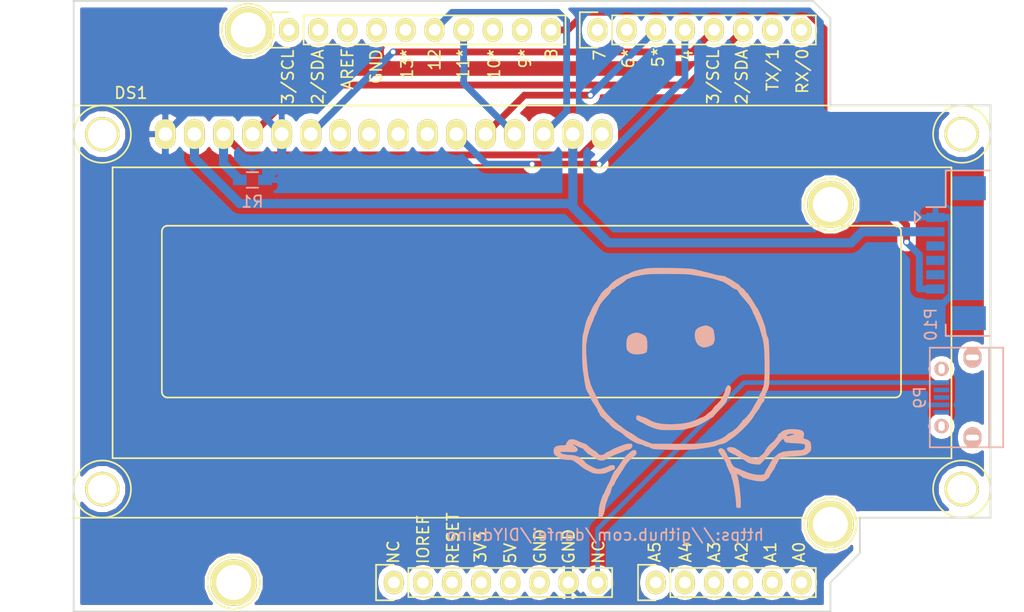
<source format=kicad_pcb>
(kicad_pcb (version 4) (host pcbnew 4.0.4+dfsg1-stable)

  (general
    (links 17)
    (no_connects 0)
    (area 104.572999 71.542 194.173 127.694)
    (thickness 1.6)
    (drawings 57)
    (tracks 80)
    (zones 0)
    (modules 13)
    (nets 49)
  )

  (page A4)
  (title_block
    (date "lun. 30 mars 2015")
  )

  (layers
    (0 F.Cu signal)
    (31 B.Cu signal)
    (32 B.Adhes user)
    (33 F.Adhes user)
    (34 B.Paste user)
    (35 F.Paste user)
    (36 B.SilkS user hide)
    (37 F.SilkS user)
    (38 B.Mask user)
    (39 F.Mask user)
    (40 Dwgs.User user)
    (41 Cmts.User user)
    (42 Eco1.User user)
    (43 Eco2.User user)
    (44 Edge.Cuts user)
    (45 Margin user)
    (46 B.CrtYd user)
    (47 F.CrtYd user)
    (48 B.Fab user)
    (49 F.Fab user)
  )

  (setup
    (last_trace_width 0.6)
    (trace_clearance 0.2)
    (zone_clearance 0.508)
    (zone_45_only no)
    (trace_min 0.2)
    (segment_width 0.15)
    (edge_width 0.15)
    (via_size 0.6)
    (via_drill 0.4)
    (via_min_size 0.4)
    (via_min_drill 0.3)
    (uvia_size 0.3)
    (uvia_drill 0.1)
    (uvias_allowed no)
    (uvia_min_size 0.2)
    (uvia_min_drill 0.1)
    (pcb_text_width 0.15)
    (pcb_text_size 1 1)
    (mod_edge_width 0.15)
    (mod_text_size 1 1)
    (mod_text_width 0.15)
    (pad_size 4.064 4.064)
    (pad_drill 3.048)
    (pad_to_mask_clearance 0)
    (aux_axis_origin 0 0)
    (visible_elements FFFFDF7F)
    (pcbplotparams
      (layerselection 0x010f0_80000001)
      (usegerberextensions false)
      (excludeedgelayer true)
      (linewidth 0.100000)
      (plotframeref false)
      (viasonmask false)
      (mode 1)
      (useauxorigin false)
      (hpglpennumber 1)
      (hpglpenspeed 20)
      (hpglpendiameter 15)
      (hpglpenoverlay 2)
      (psnegative false)
      (psa4output false)
      (plotreference true)
      (plotvalue true)
      (plotinvisibletext false)
      (padsonsilk false)
      (subtractmaskfromsilk false)
      (outputformat 1)
      (mirror false)
      (drillshape 0)
      (scaleselection 1)
      (outputdirectory gerber))
  )

  (net 0 "")
  (net 1 GND)
  (net 2 "Net-(P5-Pad1)")
  (net 3 "Net-(P6-Pad1)")
  (net 4 "Net-(P7-Pad1)")
  (net 5 "Net-(P8-Pad1)")
  (net 6 "Net-(P1-Pad1)")
  (net 7 /IO12)
  (net 8 /IO11)
  (net 9 /IO8)
  (net 10 +5V)
  (net 11 "Net-(DS1-Pad16)")
  (net 12 /IO2)
  (net 13 /IO3)
  (net 14 "Net-(DS1-Pad7)")
  (net 15 "Net-(DS1-Pad8)")
  (net 16 "Net-(DS1-Pad9)")
  (net 17 "Net-(DS1-Pad10)")
  (net 18 /IO4)
  (net 19 /IO5)
  (net 20 "Net-(P1-Pad2)")
  (net 21 "Net-(P1-Pad3)")
  (net 22 "Net-(P1-Pad4)")
  (net 23 "Net-(P1-Pad5)")
  (net 24 "Net-(P1-Pad6)")
  (net 25 /VIN)
  (net 26 "Net-(P2-Pad1)")
  (net 27 "Net-(P2-Pad2)")
  (net 28 "Net-(P2-Pad3)")
  (net 29 "Net-(P2-Pad4)")
  (net 30 "Net-(P2-Pad5)")
  (net 31 "Net-(P2-Pad6)")
  (net 32 "Net-(P3-Pad1)")
  (net 33 "Net-(P3-Pad2)")
  (net 34 "Net-(P3-Pad3)")
  (net 35 "Net-(P3-Pad4)")
  (net 36 "Net-(P3-Pad5)")
  (net 37 "Net-(P3-Pad8)")
  (net 38 "Net-(P3-Pad9)")
  (net 39 "Net-(P4-Pad1)")
  (net 40 "Net-(P4-Pad2)")
  (net 41 "Net-(P4-Pad7)")
  (net 42 "Net-(P4-Pad8)")
  (net 43 "Net-(P9-Pad2)")
  (net 44 "Net-(P9-Pad3)")
  (net 45 "Net-(P9-Pad5)")
  (net 46 "Net-(P10-Pad3)")
  (net 47 "Net-(P10-Pad4)")
  (net 48 "Net-(P10-Pad5)")

  (net_class Default "This is the default net class."
    (clearance 0.2)
    (trace_width 0.6)
    (via_dia 0.6)
    (via_drill 0.4)
    (uvia_dia 0.3)
    (uvia_drill 0.1)
    (add_net +5V)
    (add_net /IO11)
    (add_net /IO12)
    (add_net /IO2)
    (add_net /IO3)
    (add_net /IO4)
    (add_net /IO5)
    (add_net /IO8)
    (add_net /VIN)
    (add_net GND)
    (add_net "Net-(DS1-Pad10)")
    (add_net "Net-(DS1-Pad16)")
    (add_net "Net-(DS1-Pad7)")
    (add_net "Net-(DS1-Pad8)")
    (add_net "Net-(DS1-Pad9)")
    (add_net "Net-(P1-Pad1)")
    (add_net "Net-(P1-Pad2)")
    (add_net "Net-(P1-Pad3)")
    (add_net "Net-(P1-Pad4)")
    (add_net "Net-(P1-Pad5)")
    (add_net "Net-(P1-Pad6)")
    (add_net "Net-(P10-Pad3)")
    (add_net "Net-(P10-Pad4)")
    (add_net "Net-(P10-Pad5)")
    (add_net "Net-(P2-Pad1)")
    (add_net "Net-(P2-Pad2)")
    (add_net "Net-(P2-Pad3)")
    (add_net "Net-(P2-Pad4)")
    (add_net "Net-(P2-Pad5)")
    (add_net "Net-(P2-Pad6)")
    (add_net "Net-(P3-Pad1)")
    (add_net "Net-(P3-Pad2)")
    (add_net "Net-(P3-Pad3)")
    (add_net "Net-(P3-Pad4)")
    (add_net "Net-(P3-Pad5)")
    (add_net "Net-(P3-Pad8)")
    (add_net "Net-(P3-Pad9)")
    (add_net "Net-(P4-Pad1)")
    (add_net "Net-(P4-Pad2)")
    (add_net "Net-(P4-Pad7)")
    (add_net "Net-(P4-Pad8)")
    (add_net "Net-(P5-Pad1)")
    (add_net "Net-(P6-Pad1)")
    (add_net "Net-(P7-Pad1)")
    (add_net "Net-(P8-Pad1)")
    (add_net "Net-(P9-Pad2)")
    (add_net "Net-(P9-Pad3)")
    (add_net "Net-(P9-Pad5)")
  )

  (module Socket_Arduino_Uno:Socket_Strip_Arduino_1x10 locked (layer F.Cu) (tedit 58382508) (tstamp 551AFA18)
    (at 129.794 75.565)
    (descr "Through hole socket strip")
    (tags "socket strip")
    (path /5517C46C)
    (fp_text reference P3 (at 11.43 2.794) (layer F.SilkS) hide
      (effects (font (size 1 1) (thickness 0.15)))
    )
    (fp_text value Digital (at 11.43 4.318) (layer F.Fab)
      (effects (font (size 1 1) (thickness 0.15)))
    )
    (fp_line (start -1.75 -1.75) (end -1.75 1.75) (layer F.CrtYd) (width 0.05))
    (fp_line (start 24.65 -1.75) (end 24.65 1.75) (layer F.CrtYd) (width 0.05))
    (fp_line (start -1.75 -1.75) (end 24.65 -1.75) (layer F.CrtYd) (width 0.05))
    (fp_line (start -1.75 1.75) (end 24.65 1.75) (layer F.CrtYd) (width 0.05))
    (fp_line (start 1.27 1.27) (end 24.13 1.27) (layer F.SilkS) (width 0.15))
    (fp_line (start 24.13 1.27) (end 24.13 -1.27) (layer F.SilkS) (width 0.15))
    (fp_line (start 24.13 -1.27) (end 1.27 -1.27) (layer F.SilkS) (width 0.15))
    (fp_line (start -1.55 1.55) (end 0 1.55) (layer F.SilkS) (width 0.15))
    (fp_line (start 1.27 1.27) (end 1.27 -1.27) (layer F.SilkS) (width 0.15))
    (fp_line (start 0 -1.55) (end -1.55 -1.55) (layer F.SilkS) (width 0.15))
    (fp_line (start -1.55 -1.55) (end -1.55 1.55) (layer F.SilkS) (width 0.15))
    (pad 1 thru_hole oval (at 0 0) (size 1.7272 2.032) (drill 1.016) (layers *.Cu *.Mask F.SilkS)
      (net 32 "Net-(P3-Pad1)"))
    (pad 2 thru_hole oval (at 2.54 0) (size 1.7272 2.032) (drill 1.016) (layers *.Cu *.Mask F.SilkS)
      (net 33 "Net-(P3-Pad2)"))
    (pad 3 thru_hole oval (at 5.08 0) (size 1.7272 2.032) (drill 1.016) (layers *.Cu *.Mask F.SilkS)
      (net 34 "Net-(P3-Pad3)"))
    (pad 4 thru_hole oval (at 7.62 0) (size 1.7272 2.032) (drill 1.016) (layers *.Cu *.Mask F.SilkS)
      (net 35 "Net-(P3-Pad4)"))
    (pad 5 thru_hole oval (at 10.16 0) (size 1.7272 2.032) (drill 1.016) (layers *.Cu *.Mask F.SilkS)
      (net 36 "Net-(P3-Pad5)"))
    (pad 6 thru_hole oval (at 12.7 0) (size 1.7272 2.032) (drill 1.016) (layers *.Cu *.Mask F.SilkS)
      (net 7 /IO12))
    (pad 7 thru_hole oval (at 15.24 0) (size 1.7272 2.032) (drill 1.016) (layers *.Cu *.Mask F.SilkS)
      (net 8 /IO11))
    (pad 8 thru_hole oval (at 17.78 0) (size 1.7272 2.032) (drill 1.016) (layers *.Cu *.Mask F.SilkS)
      (net 37 "Net-(P3-Pad8)"))
    (pad 9 thru_hole oval (at 20.32 0) (size 1.7272 2.032) (drill 1.016) (layers *.Cu *.Mask F.SilkS)
      (net 38 "Net-(P3-Pad9)"))
    (pad 10 thru_hole oval (at 22.86 0) (size 1.7272 2.032) (drill 1.016) (layers *.Cu *.Mask F.SilkS)
      (net 9 /IO8))
    (model ${KIPRJMOD}/Socket_Arduino_Uno.3dshapes/Socket_header_Arduino_1x10.wrl
      (at (xyz 0.45 0 0))
      (scale (xyz 1 1 1))
      (rotate (xyz 0 0 180))
    )
  )

  (module Socket_Arduino_Uno:Socket_Strip_Arduino_1x08 locked (layer F.Cu) (tedit 58382527) (tstamp 551AFA2F)
    (at 156.718 75.565)
    (descr "Through hole socket strip")
    (tags "socket strip")
    (path /5517C366)
    (fp_text reference P4 (at 8.89 2.794) (layer F.SilkS) hide
      (effects (font (size 1 1) (thickness 0.15)))
    )
    (fp_text value Digital (at 8.89 4.318) (layer F.Fab)
      (effects (font (size 1 1) (thickness 0.15)))
    )
    (fp_line (start -1.75 -1.75) (end -1.75 1.75) (layer F.CrtYd) (width 0.05))
    (fp_line (start 19.55 -1.75) (end 19.55 1.75) (layer F.CrtYd) (width 0.05))
    (fp_line (start -1.75 -1.75) (end 19.55 -1.75) (layer F.CrtYd) (width 0.05))
    (fp_line (start -1.75 1.75) (end 19.55 1.75) (layer F.CrtYd) (width 0.05))
    (fp_line (start 1.27 1.27) (end 19.05 1.27) (layer F.SilkS) (width 0.15))
    (fp_line (start 19.05 1.27) (end 19.05 -1.27) (layer F.SilkS) (width 0.15))
    (fp_line (start 19.05 -1.27) (end 1.27 -1.27) (layer F.SilkS) (width 0.15))
    (fp_line (start -1.55 1.55) (end 0 1.55) (layer F.SilkS) (width 0.15))
    (fp_line (start 1.27 1.27) (end 1.27 -1.27) (layer F.SilkS) (width 0.15))
    (fp_line (start 0 -1.55) (end -1.55 -1.55) (layer F.SilkS) (width 0.15))
    (fp_line (start -1.55 -1.55) (end -1.55 1.55) (layer F.SilkS) (width 0.15))
    (pad 1 thru_hole oval (at 0 0) (size 1.7272 2.032) (drill 1.016) (layers *.Cu *.Mask F.SilkS)
      (net 39 "Net-(P4-Pad1)"))
    (pad 2 thru_hole oval (at 2.54 0) (size 1.7272 2.032) (drill 1.016) (layers *.Cu *.Mask F.SilkS)
      (net 40 "Net-(P4-Pad2)"))
    (pad 3 thru_hole oval (at 5.08 0) (size 1.7272 2.032) (drill 1.016) (layers *.Cu *.Mask F.SilkS)
      (net 19 /IO5))
    (pad 4 thru_hole oval (at 7.62 0) (size 1.7272 2.032) (drill 1.016) (layers *.Cu *.Mask F.SilkS)
      (net 18 /IO4))
    (pad 5 thru_hole oval (at 10.16 0) (size 1.7272 2.032) (drill 1.016) (layers *.Cu *.Mask F.SilkS)
      (net 13 /IO3))
    (pad 6 thru_hole oval (at 12.7 0) (size 1.7272 2.032) (drill 1.016) (layers *.Cu *.Mask F.SilkS)
      (net 12 /IO2))
    (pad 7 thru_hole oval (at 15.24 0) (size 1.7272 2.032) (drill 1.016) (layers *.Cu *.Mask F.SilkS)
      (net 41 "Net-(P4-Pad7)"))
    (pad 8 thru_hole oval (at 17.78 0) (size 1.7272 2.032) (drill 1.016) (layers *.Cu *.Mask F.SilkS)
      (net 42 "Net-(P4-Pad8)"))
    (model ${KIPRJMOD}/Socket_Arduino_Uno.3dshapes/Socket_header_Arduino_1x08.wrl
      (at (xyz 0.35 0 0))
      (scale (xyz 1 1 1))
      (rotate (xyz 0 0 180))
    )
  )

  (module Socket_Arduino_Uno:Arduino_1pin locked (layer F.Cu) (tedit 5524FC2F) (tstamp 5524FC49)
    (at 126.238 75.565)
    (descr "module 1 pin (ou trou mecanique de percage)")
    (tags DEV)
    (path /551BBD30)
    (fp_text reference P7 (at 0 -3.048) (layer F.SilkS) hide
      (effects (font (size 1 1) (thickness 0.15)))
    )
    (fp_text value CONN_1 (at 0 2.794) (layer F.Fab) hide
      (effects (font (size 1 1) (thickness 0.15)))
    )
    (fp_circle (center 0 0) (end 0 -2.286) (layer F.SilkS) (width 0.15))
    (pad 1 thru_hole circle (at 0 0) (size 4.064 4.064) (drill 3.048) (layers *.Cu *.Mask F.SilkS)
      (net 4 "Net-(P7-Pad1)"))
  )

  (module Socket_Arduino_Uno:Arduino_1pin locked (layer F.Cu) (tedit 5524FC41) (tstamp 5524FC4E)
    (at 177.038 90.805)
    (descr "module 1 pin (ou trou mecanique de percage)")
    (tags DEV)
    (path /551BBD52)
    (fp_text reference P8 (at 0 -3.048) (layer F.SilkS) hide
      (effects (font (size 1 1) (thickness 0.15)))
    )
    (fp_text value CONN_1 (at 0 2.794) (layer F.Fab) hide
      (effects (font (size 1 1) (thickness 0.15)))
    )
    (fp_circle (center 0 0) (end 0 -2.286) (layer F.SilkS) (width 0.15))
    (pad 1 thru_hole circle (at 0 0) (size 4.064 4.064) (drill 3.048) (layers *.Cu *.Mask F.SilkS)
      (net 5 "Net-(P8-Pad1)"))
  )

  (module Socket_Arduino_Uno:Socket_Strip_Arduino_1x08 locked (layer F.Cu) (tedit 5838245B) (tstamp 551AF9EA)
    (at 138.938 123.825)
    (descr "Through hole socket strip")
    (tags "socket strip")
    (path /5517C2C1)
    (fp_text reference P1 (at 8.89 -2.54) (layer F.SilkS) hide
      (effects (font (size 1 1) (thickness 0.15)))
    )
    (fp_text value Power (at 8.89 -4.064) (layer F.Fab)
      (effects (font (size 1 1) (thickness 0.15)))
    )
    (fp_line (start -1.75 -1.75) (end -1.75 1.75) (layer F.CrtYd) (width 0.05))
    (fp_line (start 19.55 -1.75) (end 19.55 1.75) (layer F.CrtYd) (width 0.05))
    (fp_line (start -1.75 -1.75) (end 19.55 -1.75) (layer F.CrtYd) (width 0.05))
    (fp_line (start -1.75 1.75) (end 19.55 1.75) (layer F.CrtYd) (width 0.05))
    (fp_line (start 1.27 1.27) (end 19.05 1.27) (layer F.SilkS) (width 0.15))
    (fp_line (start 19.05 1.27) (end 19.05 -1.27) (layer F.SilkS) (width 0.15))
    (fp_line (start 19.05 -1.27) (end 1.27 -1.27) (layer F.SilkS) (width 0.15))
    (fp_line (start -1.55 1.55) (end 0 1.55) (layer F.SilkS) (width 0.15))
    (fp_line (start 1.27 1.27) (end 1.27 -1.27) (layer F.SilkS) (width 0.15))
    (fp_line (start 0 -1.55) (end -1.55 -1.55) (layer F.SilkS) (width 0.15))
    (fp_line (start -1.55 -1.55) (end -1.55 1.55) (layer F.SilkS) (width 0.15))
    (pad 1 thru_hole oval (at 0 0) (size 1.7272 2.032) (drill 1.016) (layers *.Cu *.Mask F.SilkS)
      (net 6 "Net-(P1-Pad1)"))
    (pad 2 thru_hole oval (at 2.54 0) (size 1.7272 2.032) (drill 1.016) (layers *.Cu *.Mask F.SilkS)
      (net 20 "Net-(P1-Pad2)"))
    (pad 3 thru_hole oval (at 5.08 0) (size 1.7272 2.032) (drill 1.016) (layers *.Cu *.Mask F.SilkS)
      (net 21 "Net-(P1-Pad3)"))
    (pad 4 thru_hole oval (at 7.62 0) (size 1.7272 2.032) (drill 1.016) (layers *.Cu *.Mask F.SilkS)
      (net 22 "Net-(P1-Pad4)"))
    (pad 5 thru_hole oval (at 10.16 0) (size 1.7272 2.032) (drill 1.016) (layers *.Cu *.Mask F.SilkS)
      (net 23 "Net-(P1-Pad5)"))
    (pad 6 thru_hole oval (at 12.7 0) (size 1.7272 2.032) (drill 1.016) (layers *.Cu *.Mask F.SilkS)
      (net 24 "Net-(P1-Pad6)"))
    (pad 7 thru_hole oval (at 15.24 0) (size 1.7272 2.032) (drill 1.016) (layers *.Cu *.Mask F.SilkS)
      (net 1 GND))
    (pad 8 thru_hole oval (at 17.78 0) (size 1.7272 2.032) (drill 1.016) (layers *.Cu *.Mask F.SilkS)
      (net 25 /VIN))
    (model ${KIPRJMOD}/Socket_Arduino_Uno.3dshapes/Socket_header_Arduino_1x08.wrl
      (at (xyz 0.35 0 0))
      (scale (xyz 1 1 1))
      (rotate (xyz 0 0 180))
    )
  )

  (module Socket_Arduino_Uno:Socket_Strip_Arduino_1x06 locked (layer F.Cu) (tedit 58382463) (tstamp 551AF9FF)
    (at 161.798 123.825)
    (descr "Through hole socket strip")
    (tags "socket strip")
    (path /5517C323)
    (fp_text reference P2 (at 6.604 -2.54) (layer F.SilkS) hide
      (effects (font (size 1 1) (thickness 0.15)))
    )
    (fp_text value Analog (at 6.604 -4.064) (layer F.Fab)
      (effects (font (size 1 1) (thickness 0.15)))
    )
    (fp_line (start -1.75 -1.75) (end -1.75 1.75) (layer F.CrtYd) (width 0.05))
    (fp_line (start 14.45 -1.75) (end 14.45 1.75) (layer F.CrtYd) (width 0.05))
    (fp_line (start -1.75 -1.75) (end 14.45 -1.75) (layer F.CrtYd) (width 0.05))
    (fp_line (start -1.75 1.75) (end 14.45 1.75) (layer F.CrtYd) (width 0.05))
    (fp_line (start 1.27 1.27) (end 13.97 1.27) (layer F.SilkS) (width 0.15))
    (fp_line (start 13.97 1.27) (end 13.97 -1.27) (layer F.SilkS) (width 0.15))
    (fp_line (start 13.97 -1.27) (end 1.27 -1.27) (layer F.SilkS) (width 0.15))
    (fp_line (start -1.55 1.55) (end 0 1.55) (layer F.SilkS) (width 0.15))
    (fp_line (start 1.27 1.27) (end 1.27 -1.27) (layer F.SilkS) (width 0.15))
    (fp_line (start 0 -1.55) (end -1.55 -1.55) (layer F.SilkS) (width 0.15))
    (fp_line (start -1.55 -1.55) (end -1.55 1.55) (layer F.SilkS) (width 0.15))
    (pad 1 thru_hole oval (at 0 0) (size 1.7272 2.032) (drill 1.016) (layers *.Cu *.Mask F.SilkS)
      (net 26 "Net-(P2-Pad1)"))
    (pad 2 thru_hole oval (at 2.54 0) (size 1.7272 2.032) (drill 1.016) (layers *.Cu *.Mask F.SilkS)
      (net 27 "Net-(P2-Pad2)"))
    (pad 3 thru_hole oval (at 5.08 0) (size 1.7272 2.032) (drill 1.016) (layers *.Cu *.Mask F.SilkS)
      (net 28 "Net-(P2-Pad3)"))
    (pad 4 thru_hole oval (at 7.62 0) (size 1.7272 2.032) (drill 1.016) (layers *.Cu *.Mask F.SilkS)
      (net 29 "Net-(P2-Pad4)"))
    (pad 5 thru_hole oval (at 10.16 0) (size 1.7272 2.032) (drill 1.016) (layers *.Cu *.Mask F.SilkS)
      (net 30 "Net-(P2-Pad5)"))
    (pad 6 thru_hole oval (at 12.7 0) (size 1.7272 2.032) (drill 1.016) (layers *.Cu *.Mask F.SilkS)
      (net 31 "Net-(P2-Pad6)"))
    (model ${KIPRJMOD}/Socket_Arduino_Uno.3dshapes/Socket_header_Arduino_1x06.wrl
      (at (xyz 0.25 0 0))
      (scale (xyz 1 1 1))
      (rotate (xyz 0 0 180))
    )
  )

  (module Socket_Arduino_Uno:Arduino_1pin locked (layer F.Cu) (tedit 5524FC39) (tstamp 5524FC3F)
    (at 124.968 123.825)
    (descr "module 1 pin (ou trou mecanique de percage)")
    (tags DEV)
    (path /551BBC06)
    (fp_text reference P5 (at 0 -3.048) (layer F.SilkS) hide
      (effects (font (size 1 1) (thickness 0.15)))
    )
    (fp_text value CONN_1 (at 0 2.794) (layer F.Fab) hide
      (effects (font (size 1 1) (thickness 0.15)))
    )
    (fp_circle (center 0 0) (end 0 -2.286) (layer F.SilkS) (width 0.15))
    (pad 1 thru_hole circle (at 0 0) (size 4.064 4.064) (drill 3.048) (layers *.Cu *.Mask F.SilkS)
      (net 2 "Net-(P5-Pad1)"))
  )

  (module Socket_Arduino_Uno:Arduino_1pin locked (layer F.Cu) (tedit 5524FC4A) (tstamp 5524FC44)
    (at 177.038 118.745)
    (descr "module 1 pin (ou trou mecanique de percage)")
    (tags DEV)
    (path /551BBD10)
    (fp_text reference P6 (at 0 -3.048) (layer F.SilkS) hide
      (effects (font (size 1 1) (thickness 0.15)))
    )
    (fp_text value CONN_1 (at 0 2.794) (layer F.Fab) hide
      (effects (font (size 1 1) (thickness 0.15)))
    )
    (fp_circle (center 0 0) (end 0 -2.286) (layer F.SilkS) (width 0.15))
    (pad 1 thru_hole circle (at 0 0) (size 4.064 4.064) (drill 3.048) (layers *.Cu *.Mask F.SilkS)
      (net 3 "Net-(P6-Pad1)"))
  )

  (module USBcablecracker:donotcare (layer B.Cu) (tedit 0) (tstamp 585FB26A)
    (at 164.1856 107.3658 180)
    (fp_text reference G*** (at 0 0 180) (layer B.SilkS) hide
      (effects (font (thickness 0.3)) (justify mirror))
    )
    (fp_text value LOGO (at 0.75 0 180) (layer B.SilkS) hide
      (effects (font (thickness 0.3)) (justify mirror))
    )
    (fp_poly (pts (xy 4.484064 -4.960061) (xy 4.588227 -5.0419) (xy 4.741823 -5.180203) (xy 4.899476 -5.319976)
      (xy 4.93636 -5.352249) (xy 5.070713 -5.486995) (xy 5.187704 -5.632542) (xy 5.203981 -5.657049)
      (xy 5.286496 -5.787641) (xy 5.352886 -5.89286) (xy 5.357532 -5.900236) (xy 5.45537 -6.048791)
      (xy 5.572003 -6.215962) (xy 5.692803 -6.382117) (xy 5.803144 -6.527624) (xy 5.888401 -6.632851)
      (xy 5.933945 -6.678168) (xy 5.937143 -6.678189) (xy 5.968373 -6.707701) (xy 6.02828 -6.804103)
      (xy 6.103663 -6.941713) (xy 6.181324 -7.094852) (xy 6.248062 -7.23784) (xy 6.290678 -7.344997)
      (xy 6.2992 -7.382569) (xy 6.32242 -7.45964) (xy 6.381665 -7.588494) (xy 6.425655 -7.671585)
      (xy 6.518845 -7.846062) (xy 6.618298 -8.042757) (xy 6.712935 -8.238345) (xy 6.791677 -8.409499)
      (xy 6.843446 -8.532895) (xy 6.858 -8.581893) (xy 6.885852 -8.647767) (xy 6.949433 -8.743449)
      (xy 7.015713 -8.865329) (xy 7.095153 -9.064797) (xy 7.180253 -9.319966) (xy 7.263511 -9.608948)
      (xy 7.313051 -9.8044) (xy 7.342568 -9.974323) (xy 7.366612 -10.196598) (xy 7.379571 -10.414)
      (xy 7.384095 -10.607929) (xy 7.378227 -10.722593) (xy 7.355251 -10.78026) (xy 7.308449 -10.803198)
      (xy 7.260051 -10.810268) (xy 7.141465 -10.798566) (xy 7.0759 -10.759468) (xy 6.941114 -10.523167)
      (xy 6.853832 -10.22159) (xy 6.837234 -10.112154) (xy 6.802367 -9.8558) (xy 6.76455 -9.667124)
      (xy 6.716035 -9.51232) (xy 6.679351 -9.4234) (xy 6.617191 -9.260136) (xy 6.575109 -9.1186)
      (xy 6.517326 -8.963027) (xy 6.441109 -8.827028) (xy 6.37737 -8.700024) (xy 6.315444 -8.519098)
      (xy 6.281475 -8.382146) (xy 6.219195 -8.159717) (xy 6.138952 -8.025431) (xy 6.106757 -7.997737)
      (xy 6.022581 -7.914388) (xy 5.9944 -7.847182) (xy 5.968467 -7.770267) (xy 5.898518 -7.628852)
      (xy 5.796327 -7.443351) (xy 5.673666 -7.234177) (xy 5.54231 -7.021743) (xy 5.414031 -6.826461)
      (xy 5.365277 -6.7564) (xy 5.243907 -6.572589) (xy 5.126353 -6.374225) (xy 5.08615 -6.2992)
      (xy 4.987587 -6.149726) (xy 4.832164 -5.962064) (xy 4.643121 -5.76052) (xy 4.443704 -5.569401)
      (xy 4.257155 -5.413014) (xy 4.197374 -5.369728) (xy 4.085827 -5.244393) (xy 4.064 -5.138588)
      (xy 4.097186 -4.978545) (xy 4.187504 -4.893738) (xy 4.321085 -4.886724) (xy 4.484064 -4.960061)) (layer B.SilkS) (width 0.01))
    (fp_poly (pts (xy -9.06542 -3.097599) (xy -8.812307 -3.167624) (xy -8.631038 -3.266771) (xy -8.598801 -3.296268)
      (xy -8.478461 -3.39684) (xy -8.3947 -3.449298) (xy -8.307148 -3.526437) (xy -8.2804 -3.596759)
      (xy -8.248891 -3.670849) (xy -8.167871 -3.793393) (xy -8.057598 -3.938993) (xy -7.938334 -4.082248)
      (xy -7.83034 -4.197758) (xy -7.753873 -4.260125) (xy -7.749722 -4.262059) (xy -7.650459 -4.332018)
      (xy -7.519994 -4.459534) (xy -7.382188 -4.61678) (xy -7.260899 -4.775925) (xy -7.179985 -4.909141)
      (xy -7.166206 -4.942681) (xy -7.083085 -5.101614) (xy -6.964053 -5.236341) (xy -6.954066 -5.244272)
      (xy -6.811723 -5.355549) (xy -6.656925 -5.479938) (xy -6.633526 -5.4991) (xy -6.49929 -5.587003)
      (xy -6.372841 -5.634983) (xy -6.343294 -5.638035) (xy -6.189617 -5.611786) (xy -5.977296 -5.542651)
      (xy -5.733051 -5.442841) (xy -5.483599 -5.324569) (xy -5.255659 -5.200049) (xy -5.07595 -5.081493)
      (xy -5.015574 -5.031144) (xy -4.904053 -4.937151) (xy -4.817557 -4.882573) (xy -4.797479 -4.877035)
      (xy -4.724329 -4.84505) (xy -4.63383 -4.774572) (xy -4.509336 -4.701873) (xy -4.337399 -4.652847)
      (xy -4.151915 -4.631025) (xy -3.986775 -4.639937) (xy -3.875876 -4.683114) (xy -3.864582 -4.694443)
      (xy -3.82079 -4.81176) (xy -3.875622 -4.935553) (xy -4.026507 -5.063233) (xy -4.270875 -5.19221)
      (xy -4.4196 -5.253428) (xy -4.503467 -5.294507) (xy -4.639468 -5.369644) (xy -4.7498 -5.433946)
      (xy -4.924346 -5.534271) (xy -5.092617 -5.625192) (xy -5.170072 -5.663988) (xy -5.310408 -5.74322)
      (xy -5.422014 -5.826973) (xy -5.425639 -5.830471) (xy -5.6418 -5.978637) (xy -5.936054 -6.08164)
      (xy -6.293028 -6.134149) (xy -6.303161 -6.134802) (xy -6.688121 -6.158842) (xy -6.950861 -5.891925)
      (xy -7.079005 -5.753321) (xy -7.172542 -5.636092) (xy -7.213151 -5.563444) (xy -7.2136 -5.559127)
      (xy -7.255739 -5.491919) (xy -7.312678 -5.4618) (xy -7.40317 -5.399596) (xy -7.499874 -5.286284)
      (xy -7.516987 -5.260086) (xy -7.621431 -5.11982) (xy -7.759783 -4.968215) (xy -7.814235 -4.916342)
      (xy -7.946058 -4.784383) (xy -8.102373 -4.609547) (xy -8.239915 -4.441533) (xy -8.438594 -4.192439)
      (xy -8.58603 -4.02426) (xy -8.686261 -3.932665) (xy -8.734072 -3.9116) (xy -8.77743 -3.954594)
      (xy -8.808893 -4.037133) (xy -8.869118 -4.154206) (xy -8.934924 -4.213255) (xy -9.018992 -4.233933)
      (xy -9.182695 -4.254968) (xy -9.404098 -4.274162) (xy -9.661269 -4.289323) (xy -9.721051 -4.291922)
      (xy -9.985629 -4.305487) (xy -10.221699 -4.322798) (xy -10.406482 -4.341818) (xy -10.517201 -4.36051)
      (xy -10.52878 -4.364153) (xy -10.62694 -4.447137) (xy -10.651417 -4.576876) (xy -10.599635 -4.727557)
      (xy -10.569492 -4.772136) (xy -10.528342 -4.819704) (xy -10.477323 -4.85456) (xy -10.399592 -4.879924)
      (xy -10.278303 -4.899017) (xy -10.09661 -4.915058) (xy -9.837669 -4.931268) (xy -9.695313 -4.939263)
      (xy -9.400559 -4.959423) (xy -9.120209 -4.985496) (xy -8.879993 -5.01461) (xy -8.705638 -5.043894)
      (xy -8.6614 -5.05464) (xy -8.340947 -5.196901) (xy -8.040396 -5.432159) (xy -7.768021 -5.752478)
      (xy -7.543887 -6.12639) (xy -7.446036 -6.312874) (xy -7.359176 -6.466126) (xy -7.297303 -6.561904)
      (xy -7.282792 -6.5786) (xy -7.230475 -6.657745) (xy -7.174867 -6.78877) (xy -7.164459 -6.819922)
      (xy -7.117054 -6.933279) (xy -7.047896 -7.006307) (xy -6.937582 -7.045632) (xy -6.766708 -7.057878)
      (xy -6.515871 -7.049668) (xy -6.494924 -7.048505) (xy -6.214284 -7.016143) (xy -5.914934 -6.946416)
      (xy -5.576556 -6.833272) (xy -5.178834 -6.670661) (xy -5.08 -6.627043) (xy -4.882321 -6.542258)
      (xy -4.703787 -6.471663) (xy -4.577524 -6.428231) (xy -4.561176 -6.423877) (xy -4.44526 -6.353933)
      (xy -4.32323 -6.213973) (xy -4.215069 -6.032171) (xy -4.140759 -5.836701) (xy -4.138498 -5.827903)
      (xy -4.078428 -5.691727) (xy -3.99284 -5.572838) (xy -3.904391 -5.448577) (xy -3.818329 -5.283599)
      (xy -3.795224 -5.227914) (xy -3.684914 -5.007994) (xy -3.551087 -4.844548) (xy -3.408041 -4.745864)
      (xy -3.270072 -4.720232) (xy -3.151479 -4.775943) (xy -3.108322 -4.829631) (xy -3.075819 -4.905295)
      (xy -3.086429 -4.988331) (xy -3.146785 -5.111867) (xy -3.174464 -5.159867) (xy -3.270829 -5.310308)
      (xy -3.364684 -5.434982) (xy -3.400448 -5.473735) (xy -3.481937 -5.572515) (xy -3.576956 -5.717719)
      (xy -3.667103 -5.876917) (xy -3.733977 -6.017681) (xy -3.7592 -6.105952) (xy -3.779745 -6.176359)
      (xy -3.833876 -6.312668) (xy -3.910345 -6.489611) (xy -3.9979 -6.681921) (xy -4.085291 -6.86433)
      (xy -4.161266 -7.011568) (xy -4.167259 -7.02241) (xy -4.209442 -7.136481) (xy -4.2164 -7.189113)
      (xy -4.231938 -7.276206) (xy -4.272402 -7.424725) (xy -4.321347 -7.579133) (xy -4.369395 -7.757904)
      (xy -4.421859 -8.012476) (xy -4.475005 -8.317376) (xy -4.525101 -8.647134) (xy -4.568411 -8.976276)
      (xy -4.601204 -9.279332) (xy -4.619745 -9.530829) (xy -4.622516 -9.633864) (xy -4.633121 -9.807413)
      (xy -4.668023 -9.900527) (xy -4.703155 -9.925964) (xy -4.837389 -9.954506) (xy -4.95578 -9.944394)
      (xy -4.995334 -9.922933) (xy -5.021121 -9.841907) (xy -5.032289 -9.677148) (xy -5.030467 -9.445218)
      (xy -5.017286 -9.162675) (xy -4.994374 -8.84608) (xy -4.963362 -8.511992) (xy -4.925879 -8.176973)
      (xy -4.883556 -7.85758) (xy -4.838021 -7.570376) (xy -4.790905 -7.331919) (xy -4.743836 -7.15877)
      (xy -4.716966 -7.094353) (xy -4.687804 -7.007115) (xy -4.694561 -6.972506) (xy -4.744998 -6.984883)
      (xy -4.848174 -7.03801) (xy -4.97408 -7.113682) (xy -5.092707 -7.193698) (xy -5.174047 -7.259853)
      (xy -5.1816 -7.267941) (xy -5.244071 -7.297578) (xy -5.383247 -7.343848) (xy -5.576864 -7.400418)
      (xy -5.802656 -7.460959) (xy -6.038358 -7.519139) (xy -6.1722 -7.549607) (xy -6.44012 -7.595541)
      (xy -6.69628 -7.616694) (xy -6.918318 -7.613272) (xy -7.083877 -7.585482) (xy -7.16558 -7.54045)
      (xy -7.259305 -7.458459) (xy -7.369048 -7.389823) (xy -7.480225 -7.295879) (xy -7.539262 -7.188195)
      (xy -7.585273 -7.082924) (xy -7.675111 -6.930084) (xy -7.789742 -6.761926) (xy -7.795211 -6.754471)
      (xy -7.9112 -6.582532) (xy -8.003029 -6.42004) (xy -8.051292 -6.301432) (xy -8.051834 -6.299049)
      (xy -8.085915 -6.192552) (xy -8.121752 -6.146831) (xy -8.122518 -6.1468) (xy -8.161587 -6.104203)
      (xy -8.223058 -5.994405) (xy -8.272007 -5.889737) (xy -8.335906 -5.760927) (xy -8.41017 -5.661801)
      (xy -8.508882 -5.587638) (xy -8.646128 -5.533716) (xy -8.835991 -5.495314) (xy -9.092557 -5.46771)
      (xy -9.42991 -5.446184) (xy -9.623581 -5.436674) (xy -10.003203 -5.415435) (xy -10.297893 -5.388469)
      (xy -10.524308 -5.351282) (xy -10.699109 -5.299378) (xy -10.838956 -5.228264) (xy -10.960506 -5.133445)
      (xy -11.039833 -5.0546) (xy -11.116014 -4.965305) (xy -11.157025 -4.880175) (xy -11.171186 -4.765854)
      (xy -11.166815 -4.588986) (xy -11.164964 -4.55287) (xy -11.150484 -4.360861) (xy -11.124808 -4.239372)
      (xy -11.077006 -4.157322) (xy -11.001441 -4.087833) (xy -10.864261 -3.99981) (xy -10.730196 -3.944665)
      (xy -10.724065 -3.943241) (xy -10.562362 -3.893881) (xy -10.491494 -3.829832) (xy -10.50073 -3.739097)
      (xy -10.515006 -3.709511) (xy -10.550441 -3.568098) (xy -10.547733 -3.513261) (xy -9.685289 -3.513261)
      (xy -9.674485 -3.534211) (xy -9.5758 -3.562481) (xy -9.333596 -3.624354) (xy -9.174415 -3.662174)
      (xy -9.082761 -3.676725) (xy -9.043139 -3.66879) (xy -9.040053 -3.639153) (xy -9.057988 -3.588653)
      (xy -9.125943 -3.532056) (xy -9.257983 -3.489336) (xy -9.416825 -3.467485) (xy -9.565185 -3.473499)
      (xy -9.611758 -3.484776) (xy -9.685289 -3.513261) (xy -10.547733 -3.513261) (xy -10.543292 -3.423347)
      (xy -10.488752 -3.293675) (xy -10.373239 -3.196636) (xy -10.185878 -3.12758) (xy -9.915794 -3.081855)
      (xy -9.701113 -3.063121) (xy -9.368861 -3.061248) (xy -9.06542 -3.097599)) (layer B.SilkS) (width 0.01))
    (fp_poly (pts (xy 9.834387 -3.955614) (xy 9.942404 -3.992741) (xy 10.041669 -4.08001) (xy 10.066016 -4.106762)
      (xy 10.157116 -4.231322) (xy 10.207364 -4.343946) (xy 10.2108 -4.369601) (xy 10.225608 -4.431617)
      (xy 10.286863 -4.462477) (xy 10.419808 -4.473065) (xy 10.4521 -4.473642) (xy 10.767114 -4.489521)
      (xy 10.995819 -4.531744) (xy 11.151549 -4.60681) (xy 11.247636 -4.721219) (xy 11.297415 -4.881471)
      (xy 11.298171 -4.88606) (xy 11.300652 -5.112112) (xy 11.21968 -5.288155) (xy 11.047328 -5.430095)
      (xy 11.01898 -5.446223) (xy 10.850337 -5.538714) (xy 10.688288 -5.627401) (xy 10.648633 -5.649059)
      (xy 10.483122 -5.70601) (xy 10.241242 -5.734062) (xy 10.094712 -5.737959) (xy 9.831231 -5.751552)
      (xy 9.635544 -5.795516) (xy 9.475809 -5.880334) (xy 9.356271 -5.981041) (xy 9.28131 -6.03591)
      (xy 9.25283 -6.0452) (xy 9.198815 -6.076912) (xy 9.095409 -6.15925) (xy 8.989759 -6.252104)
      (xy 8.814133 -6.39151) (xy 8.60105 -6.532237) (xy 8.4582 -6.611913) (xy 8.267648 -6.708769)
      (xy 8.085255 -6.803545) (xy 7.9756 -6.86213) (xy 7.816506 -6.915362) (xy 7.591452 -6.948933)
      (xy 7.334277 -6.962201) (xy 7.078824 -6.954527) (xy 6.858936 -6.925268) (xy 6.731 -6.885713)
      (xy 6.562708 -6.809262) (xy 6.367597 -6.724308) (xy 6.18309 -6.646812) (xy 6.046606 -6.592734)
      (xy 6.029622 -6.586576) (xy 5.965296 -6.533316) (xy 5.95345 -6.420904) (xy 5.956473 -6.38859)
      (xy 5.984952 -6.269959) (xy 6.053991 -6.218311) (xy 6.119999 -6.206129) (xy 6.266918 -6.211412)
      (xy 6.370947 -6.240947) (xy 6.785835 -6.418801) (xy 7.142619 -6.519089) (xy 7.250671 -6.535722)
      (xy 7.380139 -6.547263) (xy 7.488571 -6.54201) (xy 7.601949 -6.51256) (xy 7.746255 -6.45151)
      (xy 7.947472 -6.351455) (xy 8.009881 -6.319392) (xy 8.214886 -6.207103) (xy 8.387677 -6.100027)
      (xy 8.506478 -6.012384) (xy 8.546518 -5.969) (xy 8.62787 -5.855783) (xy 8.68158 -5.804048)
      (xy 8.890749 -5.642946) (xy 9.036517 -5.535725) (xy 9.134354 -5.472221) (xy 9.199731 -5.442271)
      (xy 9.242425 -5.4356) (xy 9.344944 -5.410242) (xy 9.37514 -5.390054) (xy 9.444219 -5.36794)
      (xy 9.589769 -5.346206) (xy 9.786699 -5.328118) (xy 9.906 -5.320994) (xy 10.194336 -5.294787)
      (xy 10.43346 -5.24915) (xy 10.608557 -5.188533) (xy 10.704814 -5.117387) (xy 10.7188 -5.076795)
      (xy 10.670538 -5.060328) (xy 10.535405 -5.051366) (xy 10.327882 -5.0503) (xy 10.06245 -5.057523)
      (xy 10.03995 -5.058437) (xy 9.758411 -5.068547) (xy 9.560547 -5.070663) (xy 9.428659 -5.06351)
      (xy 9.345045 -5.04581) (xy 9.292002 -5.016287) (xy 9.27795 -5.003493) (xy 9.203807 -4.886691)
      (xy 9.220869 -4.767832) (xy 9.33211 -4.637976) (xy 9.423315 -4.566605) (xy 9.544882 -4.474056)
      (xy 9.619999 -4.406567) (xy 9.633086 -4.383753) (xy 9.582329 -4.39604) (xy 9.464349 -4.445372)
      (xy 9.302079 -4.521952) (xy 9.256287 -4.544704) (xy 9.077652 -4.630051) (xy 8.928635 -4.693444)
      (xy 8.836598 -4.723422) (xy 8.827244 -4.7244) (xy 8.759509 -4.760379) (xy 8.651757 -4.854443)
      (xy 8.5344 -4.9784) (xy 8.416584 -5.107468) (xy 8.32342 -5.198908) (xy 8.276172 -5.2324)
      (xy 8.217916 -5.258225) (xy 8.097472 -5.326524) (xy 7.937261 -5.423528) (xy 7.759708 -5.535468)
      (xy 7.587237 -5.648576) (xy 7.490233 -5.714971) (xy 7.337449 -5.780247) (xy 7.14703 -5.806772)
      (xy 6.958264 -5.794464) (xy 6.810441 -5.74324) (xy 6.776022 -5.716479) (xy 6.698551 -5.658785)
      (xy 6.557945 -5.580893) (xy 6.343883 -5.477554) (xy 6.046045 -5.343522) (xy 6.0198 -5.331979)
      (xy 5.927014 -5.294096) (xy 5.768092 -5.23194) (xy 5.572064 -5.156819) (xy 5.50004 -5.129548)
      (xy 5.308961 -5.05353) (xy 5.15639 -4.985515) (xy 5.066057 -4.93639) (xy 5.052541 -4.92427)
      (xy 4.986228 -4.891625) (xy 4.86512 -4.876872) (xy 4.855819 -4.8768) (xy 4.681587 -4.838177)
      (xy 4.535956 -4.738367) (xy 4.444996 -4.601458) (xy 4.428987 -4.482456) (xy 4.45567 -4.385932)
      (xy 4.527378 -4.342341) (xy 4.6228 -4.329304) (xy 4.779893 -4.335329) (xy 4.971779 -4.366836)
      (xy 5.0546 -4.387529) (xy 5.201433 -4.434928) (xy 5.391136 -4.503812) (xy 5.59988 -4.58454)
      (xy 5.803837 -4.667468) (xy 5.979177 -4.742954) (xy 6.102074 -4.801356) (xy 6.1468 -4.829499)
      (xy 6.202738 -4.863747) (xy 6.325148 -4.925903) (xy 6.487669 -5.002592) (xy 6.4897 -5.00352)
      (xy 6.64811 -5.080453) (xy 6.761897 -5.144352) (xy 6.80715 -5.181748) (xy 6.8072 -5.182366)
      (xy 6.850982 -5.230826) (xy 6.957306 -5.282036) (xy 7.08864 -5.321209) (xy 7.192142 -5.334)
      (xy 7.326136 -5.287667) (xy 7.474414 -5.1562) (xy 7.577192 -5.050287) (xy 7.657829 -4.986653)
      (xy 7.679921 -4.9784) (xy 7.74304 -4.948614) (xy 7.859382 -4.87151) (xy 8.004668 -4.765467)
      (xy 8.154619 -4.648863) (xy 8.284957 -4.540078) (xy 8.371402 -4.45749) (xy 8.377693 -4.450188)
      (xy 8.463783 -4.389276) (xy 8.608268 -4.324312) (xy 8.699014 -4.293678) (xy 8.905706 -4.219162)
      (xy 9.120953 -4.122283) (xy 9.187568 -4.087164) (xy 9.490323 -3.971646) (xy 9.671658 -3.950407)
      (xy 9.834387 -3.955614)) (layer B.SilkS) (width 0.01))
    (fp_poly (pts (xy 8.6868 -5.0038) (xy 8.6614 -5.0292) (xy 8.636 -5.0038) (xy 8.6614 -4.9784)
      (xy 8.6868 -5.0038)) (layer B.SilkS) (width 0.01))
    (fp_poly (pts (xy 2.138986 11.016685) (xy 2.496218 11.011692) (xy 2.799419 11.002253) (xy 3.033028 10.988094)
      (xy 3.129354 10.97777) (xy 3.620095 10.897369) (xy 4.042315 10.800999) (xy 4.385985 10.691484)
      (xy 4.641072 10.571648) (xy 4.694436 10.537204) (xy 4.799573 10.480668) (xy 4.862567 10.4648)
      (xy 4.960143 10.440009) (xy 5.121237 10.373331) (xy 5.322954 10.276316) (xy 5.542399 10.16051)
      (xy 5.756675 10.037461) (xy 5.936042 9.923391) (xy 6.119304 9.784325) (xy 6.28904 9.631178)
      (xy 6.407983 9.497746) (xy 6.512275 9.370587) (xy 6.608269 9.280771) (xy 6.64414 9.259436)
      (xy 6.717196 9.211979) (xy 6.827906 9.119282) (xy 6.951923 9.004557) (xy 7.064898 8.891019)
      (xy 7.142483 8.80188) (xy 7.1628 8.76496) (xy 7.190164 8.711088) (xy 7.260143 8.604259)
      (xy 7.3152 8.526339) (xy 7.403025 8.39315) (xy 7.4581 8.286637) (xy 7.4676 8.251007)
      (xy 7.499908 8.160545) (xy 7.531354 8.118929) (xy 7.637217 7.98662) (xy 7.761239 7.801935)
      (xy 7.882307 7.599754) (xy 7.979307 7.414957) (xy 8.025568 7.3025) (xy 8.074793 7.181497)
      (xy 8.123715 7.115884) (xy 8.134937 7.112) (xy 8.161501 7.080599) (xy 8.153185 7.060854)
      (xy 8.158821 6.989475) (xy 8.213832 6.880857) (xy 8.226387 6.862512) (xy 8.296262 6.755341)
      (xy 8.330501 6.685087) (xy 8.331199 6.680036) (xy 8.350986 6.614239) (xy 8.399345 6.50016)
      (xy 8.406558 6.484678) (xy 8.450637 6.364277) (xy 8.505415 6.17623) (xy 8.561901 5.952567)
      (xy 8.586973 5.842) (xy 8.639872 5.605926) (xy 8.692388 5.383217) (xy 8.736128 5.209046)
      (xy 8.750619 5.1562) (xy 8.770112 5.033948) (xy 8.785666 4.827818) (xy 8.797276 4.555455)
      (xy 8.804936 4.234505) (xy 8.808641 3.882615) (xy 8.808387 3.517429) (xy 8.804168 3.156593)
      (xy 8.795979 2.817753) (xy 8.783815 2.518555) (xy 8.767671 2.276644) (xy 8.75149 2.1336)
      (xy 8.718455 1.914246) (xy 8.677486 1.637827) (xy 8.635009 1.347861) (xy 8.612757 1.194375)
      (xy 8.553746 0.827426) (xy 8.494636 0.550235) (xy 8.432335 0.351003) (xy 8.363749 0.217931)
      (xy 8.352924 0.2032) (xy 8.296342 0.113714) (xy 8.220855 -0.0253) (xy 8.141608 -0.183139)
      (xy 8.07374 -0.329105) (xy 8.032395 -0.432495) (xy 8.0264 -0.458827) (xy 7.999269 -0.521681)
      (xy 7.92928 -0.637576) (xy 7.8613 -0.738527) (xy 7.759513 -0.886631) (xy 7.67612 -1.012933)
      (xy 7.643416 -1.065856) (xy 7.571035 -1.178081) (xy 7.534982 -1.226482) (xy 7.485034 -1.323811)
      (xy 7.444961 -1.456256) (xy 7.399206 -1.576843) (xy 7.336246 -1.645593) (xy 7.334275 -1.646397)
      (xy 7.282808 -1.694854) (xy 7.286919 -1.722539) (xy 7.275795 -1.788643) (xy 7.211132 -1.890013)
      (xy 7.117515 -1.99696) (xy 7.019529 -2.079793) (xy 6.970068 -2.105189) (xy 6.884569 -2.16451)
      (xy 6.791159 -2.27231) (xy 6.7818 -2.286) (xy 6.689258 -2.397181) (xy 6.598798 -2.46466)
      (xy 6.590669 -2.467719) (xy 6.506088 -2.526369) (xy 6.407386 -2.636314) (xy 6.383205 -2.670001)
      (xy 6.204104 -2.872481) (xy 5.94713 -3.061245) (xy 5.6642 -3.215123) (xy 5.478061 -3.323787)
      (xy 5.298254 -3.456919) (xy 5.2324 -3.516611) (xy 5.053221 -3.675185) (xy 4.830182 -3.842126)
      (xy 4.584125 -4.005039) (xy 4.335895 -4.151529) (xy 4.106336 -4.269202) (xy 3.91629 -4.345662)
      (xy 3.798988 -4.369012) (xy 3.688761 -4.391668) (xy 3.533022 -4.449433) (xy 3.43309 -4.496012)
      (xy 3.272126 -4.567806) (xy 3.131725 -4.613761) (xy 3.073257 -4.6228) (xy 2.969473 -4.637346)
      (xy 2.928518 -4.657615) (xy 2.862362 -4.697431) (xy 2.741269 -4.753079) (xy 2.704151 -4.768332)
      (xy 2.590481 -4.792812) (xy 2.389966 -4.81385) (xy 2.117303 -4.831341) (xy 1.787193 -4.845185)
      (xy 1.414335 -4.855276) (xy 1.013427 -4.861513) (xy 0.599168 -4.863793) (xy 0.186259 -4.862012)
      (xy -0.210602 -4.856068) (xy -0.576716 -4.845858) (xy -0.897384 -4.831278) (xy -1.157907 -4.812226)
      (xy -1.2954 -4.796348) (xy -1.74099 -4.731167) (xy -2.096832 -4.676655) (xy -2.373981 -4.630769)
      (xy -2.58349 -4.591465) (xy -2.736414 -4.556701) (xy -2.843806 -4.524432) (xy -2.904674 -4.498887)
      (xy -3.039599 -4.446987) (xy -3.226245 -4.393568) (xy -3.362391 -4.36286) (xy -3.552389 -4.311786)
      (xy -3.720712 -4.243364) (xy -3.802465 -4.19345) (xy -3.915938 -4.108205) (xy -4.077801 -3.994796)
      (xy -4.232244 -3.891474) (xy -4.48605 -3.70672) (xy -4.777852 -3.46342) (xy -5.086575 -3.18206)
      (xy -5.391142 -2.883126) (xy -5.670477 -2.587104) (xy -5.903502 -2.314479) (xy -6.0325 -2.141654)
      (xy -6.136155 -1.98628) (xy -6.212614 -1.864731) (xy -6.247603 -1.799855) (xy -6.2484 -1.796155)
      (xy -6.278004 -1.744097) (xy -6.354816 -1.639012) (xy -6.440143 -1.53105) (xy -6.567229 -1.36131)
      (xy -6.682622 -1.184822) (xy -6.732243 -1.096327) (xy -6.82832 -0.908308) (xy -6.891968 -0.793741)
      (xy -6.935233 -0.73473) (xy -6.970163 -0.713379) (xy -6.991489 -0.7112) (xy -7.03854 -0.666829)
      (xy -7.074604 -0.55874) (xy -7.076823 -0.5461) (xy -7.114894 -0.353639) (xy -7.165727 -0.150731)
      (xy -7.219473 0.027144) (xy -7.266284 0.144504) (xy -7.270708 0.1524) (xy -7.34338 0.282542)
      (xy -7.401976 0.411063) (xy -7.447943 0.550412) (xy -7.482724 0.713039) (xy -7.507767 0.911391)
      (xy -7.524515 1.157919) (xy -7.534414 1.46507) (xy -7.538911 1.845293) (xy -7.539449 2.311038)
      (xy -7.539386 2.3368) (xy -7.110249 2.3368) (xy -7.106167 1.835148) (xy -7.095764 1.426987)
      (xy -7.078314 1.104361) (xy -7.053089 0.859315) (xy -7.019365 0.683895) (xy -6.976415 0.570145)
      (xy -6.945129 0.527395) (xy -6.913613 0.450065) (xy -6.9088 0.40019) (xy -6.881421 0.303643)
      (xy -6.812793 0.170593) (xy -6.7818 0.122168) (xy -6.703418 -0.010732) (xy -6.658522 -0.120529)
      (xy -6.654423 -0.146788) (xy -6.62976 -0.224915) (xy -6.564039 -0.36537) (xy -6.469124 -0.543751)
      (xy -6.417075 -0.635) (xy -6.295408 -0.845966) (xy -6.178849 -1.052012) (xy -6.08741 -1.217645)
      (xy -6.06637 -1.256985) (xy -5.955515 -1.444079) (xy -5.816708 -1.644923) (xy -5.664306 -1.842552)
      (xy -5.512668 -2.020001) (xy -5.376152 -2.160305) (xy -5.269115 -2.246501) (xy -5.213333 -2.264888)
      (xy -5.184825 -2.266057) (xy -5.195904 -2.273693) (xy -5.1889 -2.320564) (xy -5.127787 -2.416862)
      (xy -5.068904 -2.490666) (xy -4.946809 -2.636215) (xy -4.834794 -2.773963) (xy -4.8006 -2.817479)
      (xy -4.690333 -2.934588) (xy -4.532803 -3.071849) (xy -4.357929 -3.206253) (xy -4.19563 -3.314788)
      (xy -4.076866 -3.374116) (xy -3.973258 -3.432514) (xy -3.847896 -3.536241) (xy -3.80593 -3.578239)
      (xy -3.610803 -3.735552) (xy -3.336771 -3.887746) (xy -3.006475 -4.026336) (xy -2.642555 -4.142839)
      (xy -2.267651 -4.228769) (xy -1.9558 -4.271564) (xy -1.703181 -4.293498) (xy -1.482357 -4.31119)
      (xy -1.278489 -4.325027) (xy -1.076736 -4.335399) (xy -0.862261 -4.342691) (xy -0.620225 -4.347294)
      (xy -0.335787 -4.349593) (xy 0.00589 -4.349977) (xy 0.419647 -4.348835) (xy 0.9144 -4.346582)
      (xy 2.7178 -4.33765) (xy 3.0734 -4.197768) (xy 3.399882 -4.066957) (xy 3.648465 -3.960893)
      (xy 3.83716 -3.870796) (xy 3.983976 -3.787886) (xy 4.106924 -3.703383) (xy 4.1402 -3.67771)
      (xy 4.310226 -3.55472) (xy 4.491833 -3.43931) (xy 4.5466 -3.40842) (xy 4.845623 -3.241224)
      (xy 5.072729 -3.097628) (xy 5.250294 -2.963404) (xy 5.262481 -2.953111) (xy 5.396762 -2.844799)
      (xy 5.521485 -2.753334) (xy 5.536715 -2.7432) (xy 5.675499 -2.639462) (xy 5.858255 -2.483964)
      (xy 6.067346 -2.293837) (xy 6.285137 -2.086215) (xy 6.49399 -1.87823) (xy 6.67627 -1.687015)
      (xy 6.814341 -1.529702) (xy 6.884936 -1.433478) (xy 6.95737 -1.327171) (xy 7.013706 -1.272118)
      (xy 7.021352 -1.27) (xy 7.060114 -1.231053) (xy 7.0612 -1.219317) (xy 7.088924 -1.153634)
      (xy 7.160793 -1.035206) (xy 7.239 -0.92115) (xy 7.334907 -0.774119) (xy 7.399462 -0.649239)
      (xy 7.4168 -0.588555) (xy 7.439321 -0.514346) (xy 7.501125 -0.36943) (xy 7.593567 -0.172688)
      (xy 7.708005 0.056999) (xy 7.746927 0.132579) (xy 7.871092 0.382454) (xy 7.978965 0.61947)
      (xy 8.060447 0.819989) (xy 8.105438 0.96037) (xy 8.109492 0.981202) (xy 8.141418 1.138951)
      (xy 8.180262 1.265661) (xy 8.189889 1.287068) (xy 8.223405 1.395995) (xy 8.260067 1.589133)
      (xy 8.298243 1.849203) (xy 8.336303 2.158929) (xy 8.372615 2.501032) (xy 8.405549 2.858235)
      (xy 8.433473 3.213261) (xy 8.454758 3.548832) (xy 8.467771 3.84767) (xy 8.470881 4.092498)
      (xy 8.466581 4.218215) (xy 8.373915 4.907102) (xy 8.188576 5.602894) (xy 7.929353 6.256617)
      (xy 7.85232 6.431705) (xy 7.796333 6.576097) (xy 7.772575 6.660747) (xy 7.7724 6.664414)
      (xy 7.744933 6.75693) (xy 7.696456 6.842219) (xy 7.642367 6.939459) (xy 7.566436 7.101002)
      (xy 7.482886 7.296168) (xy 7.461595 7.348822) (xy 7.375454 7.55664) (xy 7.293418 7.728374)
      (xy 7.202099 7.882907) (xy 7.088111 8.039122) (xy 6.938069 8.2159) (xy 6.738586 8.432125)
      (xy 6.562891 8.616513) (xy 6.431872 8.766847) (xy 6.32997 8.909033) (xy 6.280042 9.010213)
      (xy 6.218121 9.120221) (xy 6.146274 9.144001) (xy 6.049123 9.179) (xy 5.931445 9.266059)
      (xy 5.900442 9.2964) (xy 5.789354 9.392826) (xy 5.691852 9.445486) (xy 5.6714 9.4488)
      (xy 5.599311 9.47493) (xy 5.588 9.501195) (xy 5.546799 9.56054) (xy 5.4991 9.586359)
      (xy 5.418862 9.632151) (xy 5.291489 9.719952) (xy 5.14786 9.826685) (xy 5.018854 9.929272)
      (xy 4.935351 10.004638) (xy 4.9276 10.013454) (xy 4.864188 10.050289) (xy 4.7752 10.082604)
      (xy 4.633226 10.131415) (xy 4.4958 10.18605) (xy 4.387528 10.220636) (xy 4.204488 10.266718)
      (xy 3.972001 10.318348) (xy 3.715391 10.369583) (xy 3.7084 10.370899) (xy 3.526897 10.403779)
      (xy 3.360668 10.430028) (xy 3.195232 10.450385) (xy 3.01611 10.465589) (xy 2.808822 10.476381)
      (xy 2.558887 10.483498) (xy 2.251827 10.487681) (xy 1.873161 10.489668) (xy 1.40841 10.490199)
      (xy 1.3716 10.4902) (xy 0.876285 10.489319) (xy 0.468776 10.486298) (xy 0.135293 10.480575)
      (xy -0.137946 10.471586) (xy -0.364723 10.458766) (xy -0.558819 10.441553) (xy -0.734015 10.419381)
      (xy -0.8636 10.398766) (xy -1.156797 10.349203) (xy -1.480761 10.295525) (xy -1.780759 10.246772)
      (xy -1.8796 10.231019) (xy -2.476655 10.115769) (xy -2.977289 9.974175) (xy -3.0988 9.930311)
      (xy -3.258084 9.875795) (xy -3.402425 9.835771) (xy -3.409541 9.834213) (xy -3.523074 9.790264)
      (xy -3.67887 9.706006) (xy -3.802016 9.627329) (xy -3.946644 9.533251) (xy -4.061117 9.468568)
      (xy -4.113576 9.4488) (xy -4.163901 9.411632) (xy -4.1656 9.399033) (xy -4.207331 9.348602)
      (xy -4.310031 9.279678) (xy -4.439963 9.210552) (xy -4.56339 9.159518) (xy -4.635964 9.144)
      (xy -4.700042 9.103651) (xy -4.785478 9.001244) (xy -4.828488 8.934951) (xy -4.919973 8.790457)
      (xy -5.003917 8.672442) (xy -5.0292 8.641875) (xy -5.096737 8.564971) (xy -5.208832 8.434901)
      (xy -5.344463 8.276097) (xy -5.3848 8.228624) (xy -5.514963 8.07577) (xy -5.619424 7.954067)
      (xy -5.68124 7.883215) (xy -5.689743 7.874) (xy -5.772411 7.767382) (xy -5.872844 7.60536)
      (xy -5.969337 7.426148) (xy -6.040183 7.26796) (xy -6.050426 7.239) (xy -6.106268 7.091526)
      (xy -6.162142 6.977947) (xy -6.174347 6.9596) (xy -6.230213 6.861342) (xy -6.290619 6.722432)
      (xy -6.296922 6.7056) (xy -6.357897 6.552897) (xy -6.439145 6.365652) (xy -6.481214 6.2738)
      (xy -6.568017 6.06704) (xy -6.650767 5.835958) (xy -6.680277 5.7404) (xy -6.735371 5.550852)
      (xy -6.805671 5.312796) (xy -6.87679 5.074918) (xy -6.882915 5.0546) (xy -6.951266 4.796818)
      (xy -7.005822 4.515966) (xy -7.047682 4.198891) (xy -7.077947 3.832441) (xy -7.097717 3.403463)
      (xy -7.108093 2.898802) (xy -7.110249 2.3368) (xy -7.539386 2.3368) (xy -7.539072 2.4638)
      (xy -7.533931 3.082006) (xy -7.522602 3.619161) (xy -7.505299 4.071882) (xy -7.48224 4.436786)
      (xy -7.453639 4.710489) (xy -7.419714 4.889608) (xy -7.380679 4.970759) (xy -7.379063 4.971888)
      (xy -7.338477 5.042309) (xy -7.291042 5.194776) (xy -7.241575 5.410404) (xy -7.194892 5.670311)
      (xy -7.185741 5.729769) (xy -7.149053 5.883851) (xy -7.07921 6.104049) (xy -6.986156 6.36447)
      (xy -6.879836 6.639227) (xy -6.770196 6.902427) (xy -6.667181 7.128182) (xy -6.596238 7.2644)
      (xy -6.536195 7.379066) (xy -6.518483 7.4168) (xy -6.472164 7.498639) (xy -6.455306 7.5184)
      (xy -6.408477 7.578214) (xy -6.365332 7.6454) (xy -6.167878 7.971715) (xy -6.014018 8.218283)
      (xy -5.897935 8.394134) (xy -5.813814 8.508297) (xy -5.79604 8.529473) (xy -5.72103 8.634495)
      (xy -5.689602 8.716247) (xy -5.6896 8.71655) (xy -5.647631 8.783898) (xy -5.595426 8.811444)
      (xy -5.509678 8.874099) (xy -5.422408 8.98873) (xy -5.411226 9.008499) (xy -5.308582 9.141182)
      (xy -5.180907 9.237519) (xy -5.171407 9.24197) (xy -5.047985 9.32442) (xy -4.969665 9.422285)
      (xy -4.889263 9.52426) (xy -4.765255 9.615866) (xy -4.75756 9.619985) (xy -4.630922 9.694726)
      (xy -4.463104 9.80469) (xy -4.318 9.906354) (xy -4.164435 10.009525) (xy -4.034098 10.082547)
      (xy -3.957574 10.109117) (xy -3.863268 10.144424) (xy -3.788946 10.205999) (xy -3.694304 10.268801)
      (xy -3.531964 10.312871) (xy -3.336572 10.338709) (xy -3.118931 10.366372) (xy -2.91057 10.40316)
      (xy -2.7686 10.437787) (xy -2.579807 10.494418) (xy -2.373493 10.551616) (xy -2.124839 10.615948)
      (xy -1.809021 10.693979) (xy -1.7018 10.719993) (xy -1.4525 10.780553) (xy -1.197733 10.842854)
      (xy -0.98357 10.895623) (xy -0.9398 10.906495) (xy -0.796567 10.929256) (xy -0.56731 10.950024)
      (xy -0.26759 10.968526) (xy 0.08703 10.984489) (xy 0.480989 10.997641) (xy 0.898726 11.007709)
      (xy 1.324679 11.014421) (xy 1.743286 11.017503) (xy 2.138986 11.016685)) (layer B.SilkS) (width 0.01))
    (fp_poly (pts (xy -3.8604 0.717432) (xy -3.775942 0.602833) (xy -3.699887 0.446866) (xy -3.648503 0.27819)
      (xy -3.642203 0.242733) (xy -3.595539 0.088249) (xy -3.509338 -0.090113) (xy -3.457827 -0.172819)
      (xy -3.369971 -0.313701) (xy -3.31346 -0.42964) (xy -3.302 -0.474537) (xy -3.265749 -0.553612)
      (xy -3.175971 -0.654679) (xy -3.1496 -0.678004) (xy -3.051891 -0.772079) (xy -2.999834 -0.845307)
      (xy -2.9972 -0.856897) (xy -2.955305 -0.911541) (xy -2.898398 -0.938912) (xy -2.818367 -0.997739)
      (xy -2.716644 -1.11613) (xy -2.646392 -1.219257) (xy -2.534771 -1.375708) (xy -2.415198 -1.506106)
      (xy -2.351495 -1.557051) (xy -2.223742 -1.645452) (xy -2.127131 -1.724628) (xy -1.937471 -1.889027)
      (xy -1.782034 -1.984379) (xy -1.719931 -2.00808) (xy -1.580511 -2.058681) (xy -1.378831 -2.141144)
      (xy -1.144159 -2.243229) (xy -0.9906 -2.313012) (xy -0.671389 -2.428002) (xy -0.276516 -2.519035)
      (xy 0.170675 -2.58498) (xy 0.646845 -2.624707) (xy 1.128651 -2.637086) (xy 1.592752 -2.620986)
      (xy 2.015806 -2.575276) (xy 2.374471 -2.498826) (xy 2.4384 -2.479098) (xy 2.65284 -2.399362)
      (xy 2.856488 -2.308311) (xy 3.007047 -2.224949) (xy 3.013009 -2.220923) (xy 3.176646 -2.130265)
      (xy 3.381014 -2.045118) (xy 3.495609 -2.008309) (xy 3.670552 -1.955306) (xy 3.816365 -1.903039)
      (xy 3.879935 -1.874158) (xy 3.98991 -1.853074) (xy 4.069232 -1.912979) (xy 4.101136 -2.034216)
      (xy 4.09182 -2.122579) (xy 4.054086 -2.21941) (xy 3.97456 -2.297909) (xy 3.829268 -2.379236)
      (xy 3.76905 -2.40745) (xy 3.566565 -2.504779) (xy 3.332417 -2.624168) (xy 3.1519 -2.720891)
      (xy 2.937268 -2.825127) (xy 2.676461 -2.931383) (xy 2.422194 -3.018367) (xy 2.396917 -3.025836)
      (xy 2.232707 -3.07089) (xy 2.08453 -3.103338) (xy 1.930927 -3.125057) (xy 1.750436 -3.137922)
      (xy 1.521598 -3.143808) (xy 1.222953 -3.144592) (xy 1.048417 -3.143707) (xy 0.74624 -3.140616)
      (xy 0.474126 -3.13566) (xy 0.250477 -3.129347) (xy 0.093696 -3.122184) (xy 0.0254 -3.115523)
      (xy -0.382769 -3.022511) (xy -0.712513 -2.938128) (xy -0.985753 -2.855078) (xy -1.224409 -2.766069)
      (xy -1.450403 -2.663804) (xy -1.661576 -2.554137) (xy -1.877967 -2.433198) (xy -2.068951 -2.320502)
      (xy -2.211993 -2.229712) (xy -2.279547 -2.179509) (xy -2.404863 -2.094805) (xy -2.501231 -2.056216)
      (xy -2.615252 -1.991153) (xy -2.704174 -1.889061) (xy -2.771397 -1.798876) (xy -2.892851 -1.657323)
      (xy -3.050649 -1.484601) (xy -3.208514 -1.319645) (xy -3.460745 -1.054976) (xy -3.640795 -0.849357)
      (xy -3.753942 -0.696089) (xy -3.805464 -0.588474) (xy -3.81 -0.556245) (xy -3.831242 -0.486227)
      (xy -3.887535 -0.351915) (xy -3.967733 -0.179505) (xy -3.9878 -0.138407) (xy -4.110199 0.153484)
      (xy -4.168817 0.397056) (xy -4.16409 0.584599) (xy -4.096453 0.708404) (xy -3.96634 0.760759)
      (xy -3.936989 0.762) (xy -3.8604 0.717432)) (layer B.SilkS) (width 0.01))
    (fp_poly (pts (xy 4.196189 5.350455) (xy 4.408152 5.284187) (xy 4.449606 5.267235) (xy 4.652532 5.167474)
      (xy 4.791633 5.0543) (xy 4.87871 4.906613) (xy 4.925564 4.703311) (xy 4.943996 4.423296)
      (xy 4.944893 4.381643) (xy 4.945959 4.15898) (xy 4.935807 4.009338) (xy 4.909107 3.904306)
      (xy 4.860527 3.815475) (xy 4.830924 3.774305) (xy 4.637728 3.600298) (xy 4.373625 3.495688)
      (xy 4.042623 3.461238) (xy 3.648727 3.497711) (xy 3.51418 3.523601) (xy 3.310762 3.586826)
      (xy 3.194829 3.668758) (xy 3.185301 3.683) (xy 3.15907 3.778163) (xy 3.138725 3.946905)
      (xy 3.127128 4.161254) (xy 3.125521 4.2672) (xy 3.135001 4.580468) (xy 3.170844 4.81229)
      (xy 3.241198 4.981174) (xy 3.354213 5.10563) (xy 3.518035 5.204165) (xy 3.543175 5.215893)
      (xy 3.797604 5.318228) (xy 4.003974 5.362442) (xy 4.196189 5.350455)) (layer B.SilkS) (width 0.01))
    (fp_poly (pts (xy -1.832433 5.971329) (xy -1.618036 5.911769) (xy -1.552982 5.890196) (xy -1.30092 5.77676)
      (xy -1.135702 5.627329) (xy -1.044889 5.424475) (xy -1.016042 5.150767) (xy -1.016 5.137834)
      (xy -1.050627 4.807307) (xy -1.149432 4.523912) (xy -1.304806 4.303298) (xy -1.485874 4.171761)
      (xy -1.648037 4.102551) (xy -1.784863 4.076154) (xy -1.947804 4.085614) (xy -2.032 4.097908)
      (xy -2.153517 4.130663) (xy -2.316664 4.190797) (xy -2.396749 4.225011) (xy -2.547942 4.304539)
      (xy -2.636578 4.393806) (xy -2.697632 4.531015) (xy -2.709213 4.566321) (xy -2.745931 4.706561)
      (xy -2.75883 4.844539) (xy -2.748603 5.015764) (xy -2.72192 5.216162) (xy -2.681167 5.45522)
      (xy -2.63418 5.617843) (xy -2.566054 5.728823) (xy -2.461884 5.812955) (xy -2.316651 5.890259)
      (xy -2.147594 5.960572) (xy -1.99757 5.987596) (xy -1.832433 5.971329)) (layer B.SilkS) (width 0.01))
  )

  (module Display:WC1602A (layer F.Cu) (tedit 0) (tstamp 587090BF)
    (at 118.998 84.665)
    (descr http://www.kamami.pl/dl/wc1602a0.pdf)
    (tags "LCD 16x2 Alphanumeric 16pin")
    (path /58708041)
    (fp_text reference DS1 (at -2.99974 -3.59918) (layer F.SilkS)
      (effects (font (size 1 1) (thickness 0.15)))
    )
    (fp_text value LCD16X2 (at 31.99892 15.49908) (layer F.Fab)
      (effects (font (size 1 1) (thickness 0.15)))
    )
    (fp_line (start 0.20066 8.001) (end 63.70066 8.001) (layer F.SilkS) (width 0.15))
    (fp_line (start -0.29972 22.49932) (end -0.29972 8.49884) (layer F.SilkS) (width 0.15))
    (fp_line (start 63.70066 22.9997) (end 0.20066 22.9997) (layer F.SilkS) (width 0.15))
    (fp_line (start 64.20104 8.49884) (end 64.20104 22.49932) (layer F.SilkS) (width 0.15))
    (fp_arc (start 63.70066 8.49884) (end 63.70066 8.001) (angle 90) (layer F.SilkS) (width 0.15))
    (fp_arc (start 63.70066 22.49932) (end 64.20104 22.49932) (angle 90) (layer F.SilkS) (width 0.15))
    (fp_arc (start 0.20066 22.49932) (end 0.20066 22.9997) (angle 90) (layer F.SilkS) (width 0.15))
    (fp_arc (start 0.20066 8.49884) (end -0.29972 8.49884) (angle 90) (layer F.SilkS) (width 0.15))
    (fp_line (start -4.59994 2.90068) (end 68.60032 2.90068) (layer F.SilkS) (width 0.15))
    (fp_line (start 68.60032 2.90068) (end 68.60032 28.30068) (layer F.SilkS) (width 0.15))
    (fp_line (start 68.60032 28.30068) (end -4.59994 28.30068) (layer F.SilkS) (width 0.15))
    (fp_line (start -4.59994 28.30068) (end -4.59994 2.90068) (layer F.SilkS) (width 0.15))
    (fp_circle (center 69.49948 0) (end 71.99884 0) (layer F.SilkS) (width 0.15))
    (fp_circle (center 69.49948 31.0007) (end 71.99884 31.0007) (layer F.SilkS) (width 0.15))
    (fp_circle (center -5.4991 31.0007) (end -8.001 31.0007) (layer F.SilkS) (width 0.15))
    (fp_circle (center -5.4991 0) (end -2.99974 0) (layer F.SilkS) (width 0.15))
    (fp_line (start -8.001 -2.49936) (end 71.99884 -2.49936) (layer F.SilkS) (width 0.15))
    (fp_line (start 71.99884 -2.49936) (end 71.99884 33.50006) (layer F.SilkS) (width 0.15))
    (fp_line (start 71.99884 33.50006) (end -8.001 33.50006) (layer F.SilkS) (width 0.15))
    (fp_line (start -8.001 33.50006) (end -8.001 -2.49936) (layer F.SilkS) (width 0.15))
    (pad 1 thru_hole oval (at 0 0) (size 1.8 2.6) (drill 1.2) (layers *.Cu *.Mask F.SilkS)
      (net 1 GND))
    (pad 2 thru_hole oval (at 2.54 0) (size 1.8 2.6) (drill 1.2) (layers *.Cu *.Mask F.SilkS)
      (net 10 +5V))
    (pad 3 thru_hole oval (at 5.08 0) (size 1.8 2.6) (drill 1.2) (layers *.Cu *.Mask F.SilkS)
      (net 11 "Net-(DS1-Pad16)"))
    (pad 4 thru_hole oval (at 7.62 0) (size 1.8 2.6) (drill 1.2) (layers *.Cu *.Mask F.SilkS)
      (net 12 /IO2))
    (pad 5 thru_hole oval (at 10.16 0) (size 1.8 2.6) (drill 1.2) (layers *.Cu *.Mask F.SilkS)
      (net 1 GND))
    (pad 6 thru_hole oval (at 12.7 0) (size 1.8 2.6) (drill 1.2) (layers *.Cu *.Mask F.SilkS)
      (net 13 /IO3))
    (pad 7 thru_hole oval (at 15.24 0) (size 1.8 2.6) (drill 1.2) (layers *.Cu *.Mask F.SilkS)
      (net 14 "Net-(DS1-Pad7)"))
    (pad 8 thru_hole oval (at 17.78 0) (size 1.8 2.6) (drill 1.2) (layers *.Cu *.Mask F.SilkS)
      (net 15 "Net-(DS1-Pad8)"))
    (pad 9 thru_hole oval (at 20.32 0) (size 1.8 2.6) (drill 1.2) (layers *.Cu *.Mask F.SilkS)
      (net 16 "Net-(DS1-Pad9)"))
    (pad 10 thru_hole oval (at 22.86 0) (size 1.8 2.6) (drill 1.2) (layers *.Cu *.Mask F.SilkS)
      (net 17 "Net-(DS1-Pad10)"))
    (pad 11 thru_hole oval (at 25.4 0) (size 1.8 2.6) (drill 1.2) (layers *.Cu *.Mask F.SilkS)
      (net 18 /IO4))
    (pad 12 thru_hole oval (at 27.94 0) (size 1.8 2.6) (drill 1.2) (layers *.Cu *.Mask F.SilkS)
      (net 19 /IO5))
    (pad 13 thru_hole oval (at 30.48 0) (size 1.8 2.6) (drill 1.2) (layers *.Cu *.Mask F.SilkS)
      (net 8 /IO11))
    (pad 14 thru_hole oval (at 33.02 0) (size 1.8 2.6) (drill 1.2) (layers *.Cu *.Mask F.SilkS)
      (net 7 /IO12))
    (pad 15 thru_hole oval (at 35.56 0) (size 1.8 2.6) (drill 1.2) (layers *.Cu *.Mask F.SilkS)
      (net 10 +5V))
    (pad 16 thru_hole oval (at 38.1 0) (size 1.8 2.6) (drill 1.2) (layers *.Cu *.Mask F.SilkS)
      (net 11 "Net-(DS1-Pad16)"))
    (pad 0 thru_hole circle (at -5.4991 0) (size 3 3) (drill 2.5) (layers *.Cu *.Mask F.SilkS))
    (pad 0 thru_hole circle (at -5.4991 31.0007) (size 3 3) (drill 2.5) (layers *.Cu *.Mask F.SilkS))
    (pad 0 thru_hole circle (at 69.49948 31.0007) (size 3 3) (drill 2.5) (layers *.Cu *.Mask F.SilkS))
    (pad 0 thru_hole circle (at 69.49948 0) (size 3 3) (drill 2.5) (layers *.Cu *.Mask F.SilkS))
  )

  (module SmartEye:USB_Micro-B (layer B.Cu) (tedit 58023628) (tstamp 587090D5)
    (at 188.298 107.665 270)
    (descr "Micro USB Type B Receptacle")
    (tags "USB USB_B USB_micro USB_OTG")
    (path /5870B62D)
    (attr smd)
    (fp_text reference P9 (at 0 3.45 270) (layer B.SilkS)
      (effects (font (size 1 1) (thickness 0.15)) (justify mirror))
    )
    (fp_text value USB_B (at 0 -4.8 270) (layer B.Fab)
      (effects (font (size 1 1) (thickness 0.15)) (justify mirror))
    )
    (fp_line (start -4.6 2.8) (end 4.6 2.8) (layer B.CrtYd) (width 0.05))
    (fp_line (start 4.6 2.8) (end 4.6 -4.05) (layer B.CrtYd) (width 0.05))
    (fp_line (start 4.6 -4.05) (end -4.6 -4.05) (layer B.CrtYd) (width 0.05))
    (fp_line (start -4.6 -4.05) (end -4.6 2.8) (layer B.CrtYd) (width 0.05))
    (fp_line (start -4.3509 -3.81746) (end 4.3491 -3.81746) (layer B.SilkS) (width 0.15))
    (fp_line (start -4.3509 2.58754) (end 4.3491 2.58754) (layer B.SilkS) (width 0.15))
    (fp_line (start 4.3491 2.58754) (end 4.3491 -3.81746) (layer B.SilkS) (width 0.15))
    (fp_line (start 4.3491 -2.58746) (end -4.3509 -2.58746) (layer B.SilkS) (width 0.15))
    (fp_line (start -4.3509 -3.81746) (end -4.3509 2.58754) (layer B.SilkS) (width 0.15))
    (pad 1 smd rect (at -1.3009 1.56254 180) (size 1.35 0.4) (layers B.Cu B.Paste B.Mask)
      (net 25 /VIN))
    (pad 2 smd rect (at -0.6509 1.56254 180) (size 1.35 0.4) (layers B.Cu B.Paste B.Mask)
      (net 43 "Net-(P9-Pad2)"))
    (pad 3 smd rect (at -0.0009 1.56254 180) (size 1.35 0.4) (layers B.Cu B.Paste B.Mask)
      (net 44 "Net-(P9-Pad3)"))
    (pad 4 smd rect (at 0.6491 1.56254 180) (size 1.35 0.4) (layers B.Cu B.Paste B.Mask)
      (net 1 GND))
    (pad 5 smd rect (at 1.2991 1.56254 180) (size 1.35 0.4) (layers B.Cu B.Paste B.Mask)
      (net 45 "Net-(P9-Pad5)"))
    (pad 6 thru_hole oval (at -2.5009 1.56254 180) (size 1.25 1.25) (drill oval 0.55 0.85) (layers *.Cu *.Mask B.SilkS))
    (pad 6 thru_hole oval (at 2.4991 1.56254 180) (size 1.25 1.25) (drill oval 0.55 0.85) (layers *.Cu *.Mask B.SilkS))
    (pad 6 thru_hole oval (at -3.5009 -1.13746 180) (size 1.55 1.8) (drill oval 1.15 0.5) (layers *.Cu *.Mask B.SilkS))
    (pad 6 thru_hole oval (at 3.4991 -1.13746 180) (size 1.55 1.8) (drill oval 1.15 0.5) (layers *.Cu *.Mask B.SilkS))
  )

  (module Connectors_Molex:Molex_PicoBlade_53261-0671 (layer B.Cu) (tedit 0) (tstamp 587090F6)
    (at 189.098 95.065 270)
    (descr "Molex PicoBlade 1.25mm shrouded header. Right-angled, SMD. 6 ways")
    (tags "connector PicoBlade header")
    (path /5870A755)
    (attr smd)
    (fp_text reference P10 (at 6.225 3.3 270) (layer B.SilkS)
      (effects (font (size 1 1) (thickness 0.15)) (justify mirror))
    )
    (fp_text value CONN_01X06 (at 0 -3.3 270) (layer B.Fab)
      (effects (font (size 1 1) (thickness 0.15)) (justify mirror))
    )
    (fp_line (start -4.025 3.7) (end -4.025 2) (layer B.SilkS) (width 0.15))
    (fp_line (start -4.025 2) (end -7.225 2) (layer B.SilkS) (width 0.15))
    (fp_line (start -7.225 2) (end -7.225 -1.9) (layer B.SilkS) (width 0.15))
    (fp_line (start -7.225 -1.9) (end 7.225 -1.9) (layer B.SilkS) (width 0.15))
    (fp_line (start 7.225 -1.9) (end 7.225 2) (layer B.SilkS) (width 0.15))
    (fp_line (start 7.225 2) (end 6.225 2) (layer B.SilkS) (width 0.15))
    (fp_line (start -3.125 4.2) (end -3.625 4.7) (layer B.SilkS) (width 0.15))
    (fp_line (start -3.625 4.7) (end -2.625 4.7) (layer B.SilkS) (width 0.15))
    (fp_line (start -2.625 4.7) (end -3.125 4.2) (layer B.SilkS) (width 0.15))
    (fp_line (start -4.625 2.1) (end -4.625 -1.9) (layer B.Fab) (width 0.2))
    (fp_line (start -4.625 -1.9) (end 4.625 -1.9) (layer B.Fab) (width 0.2))
    (fp_line (start 4.625 -1.9) (end 4.625 2.1) (layer B.Fab) (width 0.2))
    (fp_line (start 4.625 2.1) (end -4.625 2.1) (layer B.Fab) (width 0.2))
    (fp_line (start 4.625 1.5) (end 6.725 1.5) (layer B.Fab) (width 0.2))
    (fp_line (start 6.725 1.5) (end 6.725 -1.5) (layer B.Fab) (width 0.2))
    (fp_line (start 6.725 -1.5) (end 4.625 -1.5) (layer B.Fab) (width 0.2))
    (fp_line (start -4.625 1.5) (end -6.725 1.5) (layer B.Fab) (width 0.2))
    (fp_line (start -6.725 1.5) (end -6.725 -1.5) (layer B.Fab) (width 0.2))
    (fp_line (start -6.725 -1.5) (end -4.625 -1.5) (layer B.Fab) (width 0.2))
    (fp_line (start -4.625 2.1) (end -3.125 0.6) (layer B.Fab) (width 0.2))
    (fp_line (start -3.125 0.6) (end -1.625 2.1) (layer B.Fab) (width 0.2))
    (pad 1 smd rect (at -3.125 2.9 270) (size 0.8 1.6) (layers B.Cu B.Paste B.Mask)
      (net 1 GND))
    (pad 2 smd rect (at -1.875 2.9 270) (size 0.8 1.6) (layers B.Cu B.Paste B.Mask)
      (net 10 +5V))
    (pad 3 smd rect (at -0.625 2.9 270) (size 0.8 1.6) (layers B.Cu B.Paste B.Mask)
      (net 46 "Net-(P10-Pad3)"))
    (pad 4 smd rect (at 0.625 2.9 270) (size 0.8 1.6) (layers B.Cu B.Paste B.Mask)
      (net 47 "Net-(P10-Pad4)"))
    (pad 5 smd rect (at 1.875 2.9 270) (size 0.8 1.6) (layers B.Cu B.Paste B.Mask)
      (net 48 "Net-(P10-Pad5)"))
    (pad 6 smd rect (at 3.125 2.9 270) (size 0.8 1.6) (layers B.Cu B.Paste B.Mask)
      (net 9 /IO8))
    (pad "" smd rect (at -5.675 0 270) (size 2.1 3) (layers B.Cu B.Paste B.Mask))
    (pad "" smd rect (at 5.675 0 270) (size 2.1 3) (layers B.Cu B.Paste B.Mask))
  )

  (module Resistors_SMD:R_0603_HandSoldering (layer B.Cu) (tedit 5418A00F) (tstamp 58709102)
    (at 126.598 88.665)
    (descr "Resistor SMD 0603, hand soldering")
    (tags "resistor 0603")
    (path /587096EA)
    (attr smd)
    (fp_text reference R1 (at 0 1.9) (layer B.SilkS)
      (effects (font (size 1 1) (thickness 0.15)) (justify mirror))
    )
    (fp_text value 91R (at 0 -1.9) (layer B.Fab)
      (effects (font (size 1 1) (thickness 0.15)) (justify mirror))
    )
    (fp_line (start -2 0.8) (end 2 0.8) (layer B.CrtYd) (width 0.05))
    (fp_line (start -2 -0.8) (end 2 -0.8) (layer B.CrtYd) (width 0.05))
    (fp_line (start -2 0.8) (end -2 -0.8) (layer B.CrtYd) (width 0.05))
    (fp_line (start 2 0.8) (end 2 -0.8) (layer B.CrtYd) (width 0.05))
    (fp_line (start 0.5 -0.675) (end -0.5 -0.675) (layer B.SilkS) (width 0.15))
    (fp_line (start -0.5 0.675) (end 0.5 0.675) (layer B.SilkS) (width 0.15))
    (pad 1 smd rect (at -1.1 0) (size 1.2 0.9) (layers B.Cu B.Paste B.Mask)
      (net 11 "Net-(DS1-Pad16)"))
    (pad 2 smd rect (at 1.1 0) (size 1.2 0.9) (layers B.Cu B.Paste B.Mask)
      (net 1 GND))
    (model Resistors_SMD.3dshapes/R_0603_HandSoldering.wrl
      (at (xyz 0 0 0))
      (scale (xyz 1 1 1))
      (rotate (xyz 0 0 0))
    )
  )

  (gr_line (start 179.6034 121.2596) (end 177.038 123.825) (angle 90) (layer Edge.Cuts) (width 0.15))
  (gr_line (start 179.6034 118.1608) (end 179.6034 121.2596) (angle 90) (layer Edge.Cuts) (width 0.15))
  (gr_line (start 191.008 118.1608) (end 179.6034 118.1608) (angle 90) (layer Edge.Cuts) (width 0.15))
  (gr_line (start 191.008 82.1436) (end 191.008 118.1608) (angle 90) (layer Edge.Cuts) (width 0.15))
  (gr_line (start 177.038 82.1436) (end 191.008 82.1436) (angle 90) (layer Edge.Cuts) (width 0.15))
  (gr_line (start 177.038 74.549) (end 177.038 82.1436) (angle 90) (layer Edge.Cuts) (width 0.15))
  (gr_text 3/SCL (at 129.698 79.665 90) (layer F.SilkS)
    (effects (font (size 1 1) (thickness 0.15)))
  )
  (gr_text 2/SDA (at 132.298 79.665 90) (layer F.SilkS)
    (effects (font (size 1 1) (thickness 0.15)))
  )
  (gr_text AREF (at 134.898 78.965 90) (layer F.SilkS)
    (effects (font (size 1 1) (thickness 0.15)))
  )
  (gr_text GND (at 137.398 78.765 90) (layer F.SilkS)
    (effects (font (size 1 1) (thickness 0.15)))
  )
  (gr_text 13* (at 140.098 78.565 90) (layer F.SilkS)
    (effects (font (size 1 1) (thickness 0.15)))
  )
  (gr_text 11* (at 144.998 78.565 90) (layer F.SilkS)
    (effects (font (size 1 1) (thickness 0.15)))
  )
  (gr_text 12 (at 142.498 78.165 90) (layer F.SilkS)
    (effects (font (size 1 1) (thickness 0.15)))
  )
  (gr_text 10* (at 147.698 78.565 90) (layer F.SilkS)
    (effects (font (size 1 1) (thickness 0.15)))
  )
  (gr_text 9* (at 150.398 78.065 90) (layer F.SilkS)
    (effects (font (size 1 1) (thickness 0.15)))
  )
  (gr_text 8 (at 152.698 77.665 90) (layer F.SilkS)
    (effects (font (size 1 1) (thickness 0.15)))
  )
  (gr_text 7 (at 156.898 77.765 90) (layer F.SilkS)
    (effects (font (size 1 1) (thickness 0.15)))
  )
  (gr_text 6* (at 159.398 78.065 90) (layer F.SilkS)
    (effects (font (size 1 1) (thickness 0.15)))
  )
  (gr_text 5* (at 161.998 77.965 90) (layer F.SilkS)
    (effects (font (size 1 1) (thickness 0.15)))
  )
  (gr_text 4 (at 164.498 77.765 90) (layer F.SilkS)
    (effects (font (size 1 1) (thickness 0.15)))
  )
  (gr_text 3/SCL (at 166.798 79.665 90) (layer F.SilkS)
    (effects (font (size 1 1) (thickness 0.15)))
  )
  (gr_text 2/SDA (at 169.298 79.665 90) (layer F.SilkS)
    (effects (font (size 1 1) (thickness 0.15)))
  )
  (gr_text TX/1 (at 171.998 79.065 90) (layer F.SilkS)
    (effects (font (size 1 1) (thickness 0.15)))
  )
  (gr_text RX/0 (at 174.598 79.165 90) (layer F.SilkS)
    (effects (font (size 1 1) (thickness 0.15)))
  )
  (gr_circle (center 117.348 76.962) (end 118.618 76.962) (layer Dwgs.User) (width 0.15))
  (gr_line (start 114.427 78.994) (end 114.427 74.93) (angle 90) (layer Dwgs.User) (width 0.15))
  (gr_line (start 120.269 78.994) (end 114.427 78.994) (angle 90) (layer Dwgs.User) (width 0.15))
  (gr_line (start 120.269 74.93) (end 120.269 78.994) (angle 90) (layer Dwgs.User) (width 0.15))
  (gr_line (start 114.427 74.93) (end 120.269 74.93) (angle 90) (layer Dwgs.User) (width 0.15))
  (gr_line (start 122.123 82.65) (end 122.123 94.08) (angle 90) (layer Dwgs.User) (width 0.15))
  (gr_text NC (at 156.798 121.165 90) (layer F.SilkS)
    (effects (font (size 1 1) (thickness 0.15)))
  )
  (gr_text RESET (at 144.098 119.965 90) (layer F.SilkS)
    (effects (font (size 1 1) (thickness 0.15)))
  )
  (gr_text IOREF (at 141.498 120.065 90) (layer F.SilkS)
    (effects (font (size 1 1) (thickness 0.15)))
  )
  (gr_text 3V3 (at 146.498 120.715 90) (layer F.SilkS)
    (effects (font (size 1 1) (thickness 0.15)))
  )
  (gr_text NC (at 138.898 121.165 90) (layer F.SilkS)
    (effects (font (size 1 1) (thickness 0.15)))
  )
  (gr_text 5V (at 149.098 121.265 90) (layer F.SilkS)
    (effects (font (size 1 1) (thickness 0.15)))
  )
  (gr_text GND (at 151.698 120.665 90) (layer F.SilkS)
    (effects (font (size 1 1) (thickness 0.15)))
  )
  (gr_text GND (at 154.198 120.665 90) (layer F.SilkS)
    (effects (font (size 1 1) (thickness 0.15)))
  )
  (gr_text A5 (at 161.698 121.165 90) (layer F.SilkS)
    (effects (font (size 1 1) (thickness 0.15)))
  )
  (gr_text A4 (at 164.398 121.165 90) (layer F.SilkS)
    (effects (font (size 1 1) (thickness 0.15)))
  )
  (gr_text A3 (at 166.898 121.165 90) (layer F.SilkS)
    (effects (font (size 1 1) (thickness 0.15)))
  )
  (gr_text A2 (at 169.298 121.165 90) (layer F.SilkS)
    (effects (font (size 1 1) (thickness 0.15)))
  )
  (gr_text A1 (at 171.798 121.165 90) (layer F.SilkS)
    (effects (font (size 1 1) (thickness 0.15)))
  )
  (gr_text A0 (at 174.298 121.165 90) (layer F.SilkS)
    (effects (font (size 1 1) (thickness 0.15)))
  )
  (gr_line (start 122.123 94.08) (end 106.248 94.08) (angle 90) (layer Dwgs.User) (width 0.15))
  (gr_line (start 109.093 123.19) (end 109.093 114.3) (angle 90) (layer Dwgs.User) (width 0.15))
  (gr_line (start 122.428 123.19) (end 109.093 123.19) (angle 90) (layer Dwgs.User) (width 0.15))
  (gr_line (start 122.428 114.3) (end 122.428 123.19) (angle 90) (layer Dwgs.User) (width 0.15))
  (gr_line (start 109.093 114.3) (end 122.428 114.3) (angle 90) (layer Dwgs.User) (width 0.15))
  (gr_line (start 104.648 93.98) (end 104.648 82.55) (angle 90) (layer Dwgs.User) (width 0.15))
  (gr_line (start 104.648 82.55) (end 120.523 82.55) (angle 90) (layer Dwgs.User) (width 0.15))
  (gr_text https://github.com/danfei/DIYduino (at 157.3784 119.6594) (layer B.SilkS)
    (effects (font (size 1 1) (thickness 0.15)) (justify mirror))
  )
  (gr_line (start 177.038 74.549) (end 175.514 73.025) (angle 90) (layer Edge.Cuts) (width 0.15))
  (gr_line (start 177.038 126.365) (end 177.038 123.825) (angle 90) (layer Edge.Cuts) (width 0.15))
  (gr_line (start 110.998 126.365) (end 177.038 126.365) (angle 90) (layer Edge.Cuts) (width 0.15))
  (gr_line (start 110.998 73.025) (end 110.998 126.365) (angle 90) (layer Edge.Cuts) (width 0.15))
  (gr_line (start 175.514 73.025) (end 110.998 73.025) (angle 90) (layer Edge.Cuts) (width 0.15))

  (segment (start 129.158 87.205) (end 127.698 88.665) (width 0.8) (layer B.Cu) (net 1))
  (segment (start 129.158 84.665) (end 129.158 87.205) (width 0.8) (layer B.Cu) (net 1))
  (segment (start 154.178 123.977) (end 154.178 123.825) (width 0.4) (layer B.Cu) (net 1))
  (segment (start 155.442 125.241) (end 154.178 123.977) (width 0.4) (layer B.Cu) (net 1))
  (segment (start 157.241 125.241) (end 155.442 125.241) (width 0.4) (layer B.Cu) (net 1))
  (segment (start 174.168 108.314) (end 157.241 125.241) (width 0.4) (layer B.Cu) (net 1))
  (segment (start 186.735 108.314) (end 174.168 108.314) (width 0.4) (layer B.Cu) (net 1))
  (segment (start 186.7354 108.314) (end 186.7355 108.3141) (width 0.3998) (layer B.Cu) (net 1))
  (segment (start 186.735 108.314) (end 186.7354 108.314) (width 0.3998) (layer B.Cu) (net 1))
  (segment (start 120.8465 82.8165) (end 118.998 84.665) (width 0.6) (layer B.Cu) (net 1))
  (segment (start 127.3095 82.8165) (end 120.8465 82.8165) (width 0.6) (layer B.Cu) (net 1))
  (segment (start 129.158 84.665) (end 127.3095 82.8165) (width 0.6) (layer B.Cu) (net 1))
  (segment (start 186.198 91.94) (end 187.598 91.94) (width 0.6) (layer B.Cu) (net 1))
  (segment (start 118.998 84.665) (end 118.998 86.565) (width 0.6) (layer B.Cu) (net 1))
  (segment (start 154.178 119.5248) (end 154.178 123.825) (width 0.6) (layer B.Cu) (net 1))
  (segment (start 170.8207 102.8821) (end 154.178 119.5248) (width 0.6) (layer B.Cu) (net 1))
  (segment (start 183.4231 102.8821) (end 170.8207 102.8821) (width 0.6) (layer B.Cu) (net 1))
  (segment (start 187.598 98.7072) (end 183.4231 102.8821) (width 0.6) (layer B.Cu) (net 1))
  (segment (start 187.598 91.94) (end 187.598 98.7072) (width 0.6) (layer B.Cu) (net 1))
  (segment (start 151.9578 119.5248) (end 118.998 86.565) (width 0.6) (layer B.Cu) (net 1))
  (segment (start 154.178 119.5248) (end 151.9578 119.5248) (width 0.6) (layer B.Cu) (net 1))
  (segment (start 154.0189 82.6641) (end 152.018 84.665) (width 0.6) (layer B.Cu) (net 7))
  (segment (start 154.0189 74.79) (end 154.0189 82.6641) (width 0.6) (layer B.Cu) (net 7))
  (segment (start 153.2625 74.0336) (end 154.0189 74.79) (width 0.6) (layer B.Cu) (net 7))
  (segment (start 144.0254 74.0336) (end 153.2625 74.0336) (width 0.6) (layer B.Cu) (net 7))
  (segment (start 142.494 75.565) (end 144.0254 74.0336) (width 0.6) (layer B.Cu) (net 7))
  (segment (start 145.034 80.221) (end 149.478 84.665) (width 0.6) (layer B.Cu) (net 8))
  (segment (start 145.034 75.565) (end 145.034 80.221) (width 0.6) (layer B.Cu) (net 8))
  (via (at 183.6826 94.0929) (size 0.6) (layers F.Cu B.Cu) (net 9))
  (segment (start 152.654 75.565) (end 154.1176 75.565) (width 0.6) (layer F.Cu) (net 9))
  (segment (start 184.798 95.2083) (end 183.6826 94.0929) (width 0.6) (layer B.Cu) (net 9))
  (segment (start 184.798 98.19) (end 184.798 95.2083) (width 0.6) (layer B.Cu) (net 9))
  (segment (start 155.6658 74.0168) (end 154.1176 75.565) (width 0.6) (layer F.Cu) (net 9))
  (segment (start 175.0337 74.0168) (end 155.6658 74.0168) (width 0.6) (layer F.Cu) (net 9))
  (segment (start 176.4779 75.461) (end 175.0337 74.0168) (width 0.6) (layer F.Cu) (net 9))
  (segment (start 176.4779 85.3813) (end 176.4779 75.461) (width 0.6) (layer F.Cu) (net 9))
  (segment (start 183.6826 92.586) (end 176.4779 85.3813) (width 0.6) (layer F.Cu) (net 9))
  (segment (start 183.6826 94.0929) (end 183.6826 92.586) (width 0.6) (layer F.Cu) (net 9))
  (segment (start 186.198 98.19) (end 184.798 98.19) (width 0.6) (layer B.Cu) (net 9))
  (segment (start 154.558 90.7288) (end 154.558 84.665) (width 0.8) (layer B.Cu) (net 10))
  (segment (start 125.502 90.7288) (end 154.558 90.7288) (width 0.8) (layer B.Cu) (net 10))
  (segment (start 121.538 86.765) (end 125.502 90.7288) (width 0.8) (layer B.Cu) (net 10))
  (segment (start 121.538 84.665) (end 121.538 86.765) (width 0.8) (layer B.Cu) (net 10))
  (segment (start 154.558 91.0326) (end 154.558 90.7288) (width 0.8) (layer B.Cu) (net 10))
  (segment (start 157.683 94.1578) (end 154.558 91.0326) (width 0.8) (layer B.Cu) (net 10))
  (segment (start 178.841 94.1578) (end 157.683 94.1578) (width 0.8) (layer B.Cu) (net 10))
  (segment (start 179.807 93.1926) (end 178.841 94.1578) (width 0.8) (layer B.Cu) (net 10))
  (segment (start 184.595 93.1926) (end 179.807 93.1926) (width 0.8) (layer B.Cu) (net 10))
  (segment (start 184.598 93.19) (end 184.595 93.1926) (width 0.8) (layer B.Cu) (net 10))
  (segment (start 186.198 93.19) (end 184.598 93.19) (width 0.8) (layer B.Cu) (net 10))
  (segment (start 124.078 87.245) (end 125.498 88.665) (width 0.8) (layer B.Cu) (net 11))
  (segment (start 124.078 84.665) (end 124.078 87.245) (width 0.8) (layer B.Cu) (net 11))
  (segment (start 155.282 86.481) (end 157.098 84.665) (width 0.6) (layer F.Cu) (net 11))
  (segment (start 125.894 86.481) (end 155.282 86.481) (width 0.6) (layer F.Cu) (net 11))
  (segment (start 124.078 84.665) (end 125.894 86.481) (width 0.6) (layer F.Cu) (net 11))
  (segment (start 164.6054 80.3776) (end 169.418 75.565) (width 0.6) (layer F.Cu) (net 12))
  (segment (start 130.9054 80.3776) (end 164.6054 80.3776) (width 0.6) (layer F.Cu) (net 12))
  (segment (start 126.618 84.665) (end 130.9054 80.3776) (width 0.6) (layer F.Cu) (net 12))
  (via (at 138.8761 77.4869) (size 0.6) (layers F.Cu B.Cu) (net 13))
  (segment (start 131.698 84.665) (end 138.8761 77.4869) (width 0.6) (layer B.Cu) (net 13))
  (segment (start 164.9561 77.4869) (end 138.8761 77.4869) (width 0.6) (layer F.Cu) (net 13))
  (segment (start 166.878 75.565) (end 164.9561 77.4869) (width 0.6) (layer F.Cu) (net 13))
  (via (at 151.0038 87.2887) (size 0.6) (layers F.Cu B.Cu) (net 18))
  (via (at 156.8608 87.2887) (size 0.6) (layers F.Cu B.Cu) (net 18))
  (segment (start 147.0217 87.2887) (end 151.0038 87.2887) (width 0.6) (layer B.Cu) (net 18))
  (segment (start 144.398 84.665) (end 147.0217 87.2887) (width 0.6) (layer B.Cu) (net 18))
  (segment (start 164.338 79.8115) (end 156.8608 87.2887) (width 0.6) (layer B.Cu) (net 18))
  (segment (start 164.338 75.565) (end 164.338 79.8115) (width 0.6) (layer B.Cu) (net 18))
  (segment (start 151.0038 87.2887) (end 156.8608 87.2887) (width 0.6) (layer F.Cu) (net 18))
  (via (at 156.1005 81.2625) (size 0.6) (layers F.Cu B.Cu) (net 19))
  (segment (start 156.1005 81.2625) (end 161.798 75.565) (width 0.6) (layer B.Cu) (net 19))
  (segment (start 150.3405 81.2625) (end 156.1005 81.2625) (width 0.6) (layer F.Cu) (net 19))
  (segment (start 146.938 84.665) (end 150.3405 81.2625) (width 0.6) (layer F.Cu) (net 19))
  (segment (start 156.718 119.151) (end 156.718 123.825) (width 0.4) (layer B.Cu) (net 25))
  (segment (start 169.505 106.364) (end 156.718 119.151) (width 0.4) (layer B.Cu) (net 25))
  (segment (start 186.735 106.364) (end 169.505 106.364) (width 0.4) (layer B.Cu) (net 25))
  (segment (start 186.7355 106.364) (end 186.7355 106.3641) (width 0.3998) (layer B.Cu) (net 25))
  (segment (start 186.735 106.364) (end 186.7355 106.364) (width 0.3998) (layer B.Cu) (net 25))
  (segment (start 166.878 123.825) (end 166.878 123.977) (width 0.4) (layer F.Cu) (net 28))
  (segment (start 171.958 123.977) (end 171.958 123.825) (width 0.4) (layer F.Cu) (net 30))

  (zone (net 1) (net_name GND) (layer F.Cu) (tstamp 5870932D) (hatch edge 0.508)
    (connect_pads (clearance 0.508))
    (min_thickness 0.254)
    (fill yes (arc_segments 16) (thermal_gap 0.508) (thermal_bridge_width 0.508))
    (polygon
      (pts
        (xy 177.038 74.549) (xy 177.038 82.1436) (xy 191.008 82.1436) (xy 191.008 118.1608) (xy 179.6034 118.1608)
        (xy 179.6034 121.2596) (xy 177.038 123.825) (xy 177.038 126.365) (xy 110.998 126.365) (xy 110.998 73.025)
        (xy 175.514 73.025)
      )
    )
    (filled_polygon
      (pts
        (xy 123.978345 74.052293) (xy 123.571464 75.032173) (xy 123.570538 76.093172) (xy 123.975709 77.073761) (xy 124.725293 77.824655)
        (xy 125.705173 78.231536) (xy 126.766172 78.232462) (xy 127.746761 77.827291) (xy 128.497655 77.077707) (xy 128.657071 76.693789)
        (xy 128.73433 76.809415) (xy 129.220511 77.134271) (xy 129.794 77.248345) (xy 130.367489 77.134271) (xy 130.85367 76.809415)
        (xy 131.064 76.494634) (xy 131.27433 76.809415) (xy 131.760511 77.134271) (xy 132.334 77.248345) (xy 132.907489 77.134271)
        (xy 133.39367 76.809415) (xy 133.604 76.494634) (xy 133.81433 76.809415) (xy 134.300511 77.134271) (xy 134.874 77.248345)
        (xy 135.447489 77.134271) (xy 135.93367 76.809415) (xy 136.144 76.494634) (xy 136.35433 76.809415) (xy 136.840511 77.134271)
        (xy 137.414 77.248345) (xy 137.987489 77.134271) (xy 138.018812 77.113342) (xy 137.941262 77.300101) (xy 137.940938 77.672067)
        (xy 138.082983 78.015843) (xy 138.345773 78.279092) (xy 138.689301 78.421738) (xy 139.061267 78.422062) (xy 139.061659 78.4219)
        (xy 164.9561 78.4219) (xy 165.309008 78.351702) (xy 164.21811 79.4426) (xy 130.9054 79.4426) (xy 130.547591 79.513773)
        (xy 130.244255 79.716455) (xy 127.160674 82.800036) (xy 126.618 82.692091) (xy 126.030581 82.808936) (xy 125.532591 83.141682)
        (xy 125.348 83.417942) (xy 125.163409 83.141682) (xy 124.665419 82.808936) (xy 124.078 82.692091) (xy 123.490581 82.808936)
        (xy 122.992591 83.141682) (xy 122.808 83.417942) (xy 122.623409 83.141682) (xy 122.125419 82.808936) (xy 121.538 82.692091)
        (xy 120.950581 82.808936) (xy 120.452591 83.141682) (xy 120.261808 83.42721) (xy 119.993606 83.089788) (xy 119.468086 82.798244)
        (xy 119.36274 82.773964) (xy 119.125 82.894622) (xy 119.125 84.538) (xy 119.145 84.538) (xy 119.145 84.792)
        (xy 119.125 84.792) (xy 119.125 86.435378) (xy 119.36274 86.556036) (xy 119.468086 86.531756) (xy 119.993606 86.240212)
        (xy 120.261808 85.90279) (xy 120.452591 86.188318) (xy 120.950581 86.521064) (xy 121.538 86.637909) (xy 122.125419 86.521064)
        (xy 122.623409 86.188318) (xy 122.808 85.912058) (xy 122.992591 86.188318) (xy 123.490581 86.521064) (xy 124.078 86.637909)
        (xy 124.620674 86.529964) (xy 125.232855 87.142145) (xy 125.536191 87.344827) (xy 125.894 87.416) (xy 150.068688 87.416)
        (xy 150.068638 87.473867) (xy 150.210683 87.817643) (xy 150.473473 88.080892) (xy 150.817001 88.223538) (xy 151.188967 88.223862)
        (xy 151.189359 88.2237) (xy 156.859984 88.2237) (xy 157.045967 88.223862) (xy 157.389743 88.081817) (xy 157.652992 87.819027)
        (xy 157.795638 87.475499) (xy 157.795962 87.103533) (xy 157.653917 86.759757) (xy 157.460334 86.565836) (xy 157.685419 86.521064)
        (xy 158.183409 86.188318) (xy 158.516155 85.690328) (xy 158.633 85.102909) (xy 158.633 84.227091) (xy 158.516155 83.639672)
        (xy 158.183409 83.141682) (xy 157.685419 82.808936) (xy 157.098 82.692091) (xy 156.510581 82.808936) (xy 156.012591 83.141682)
        (xy 155.828 83.417942) (xy 155.643409 83.141682) (xy 155.145419 82.808936) (xy 154.558 82.692091) (xy 153.970581 82.808936)
        (xy 153.472591 83.141682) (xy 153.288 83.417942) (xy 153.103409 83.141682) (xy 152.605419 82.808936) (xy 152.018 82.692091)
        (xy 151.430581 82.808936) (xy 150.932591 83.141682) (xy 150.748 83.417942) (xy 150.563409 83.141682) (xy 150.095952 82.829338)
        (xy 150.72779 82.1975) (xy 156.099684 82.1975) (xy 156.285667 82.197662) (xy 156.629443 82.055617) (xy 156.892692 81.792827)
        (xy 157.035338 81.449299) (xy 157.035457 81.3126) (xy 164.6054 81.3126) (xy 164.963209 81.241427) (xy 165.266545 81.038745)
        (xy 169.116848 77.188442) (xy 169.418 77.248345) (xy 169.991489 77.134271) (xy 170.47767 76.809415) (xy 170.688 76.494634)
        (xy 170.89833 76.809415) (xy 171.384511 77.134271) (xy 171.958 77.248345) (xy 172.531489 77.134271) (xy 173.01767 76.809415)
        (xy 173.228 76.494634) (xy 173.43833 76.809415) (xy 173.924511 77.134271) (xy 174.498 77.248345) (xy 175.071489 77.134271)
        (xy 175.5429 76.819284) (xy 175.5429 85.3813) (xy 175.614073 85.739109) (xy 175.816755 86.042445) (xy 178.155587 88.381277)
        (xy 177.570827 88.138464) (xy 176.509828 88.137538) (xy 175.529239 88.542709) (xy 174.778345 89.292293) (xy 174.371464 90.272173)
        (xy 174.370538 91.333172) (xy 174.775709 92.313761) (xy 175.525293 93.064655) (xy 176.505173 93.471536) (xy 177.566172 93.472462)
        (xy 178.546761 93.067291) (xy 179.297655 92.317707) (xy 179.704536 91.337827) (xy 179.705462 90.276828) (xy 179.46206 89.68775)
        (xy 182.7476 92.97329) (xy 182.7476 94.092084) (xy 182.747438 94.278067) (xy 182.889483 94.621843) (xy 183.152273 94.885092)
        (xy 183.495801 95.027738) (xy 183.867767 95.028062) (xy 184.211543 94.886017) (xy 184.474792 94.623227) (xy 184.617438 94.279699)
        (xy 184.617762 93.907733) (xy 184.6176 93.907341) (xy 184.6176 92.586) (xy 184.546427 92.228191) (xy 184.343745 91.924855)
        (xy 177.4129 84.99401) (xy 177.4129 82.8536) (xy 187.2906 82.8536) (xy 187.28968 82.85398) (xy 186.688571 83.454041)
        (xy 186.362852 84.238459) (xy 186.36211 85.087815) (xy 186.68646 85.8728) (xy 187.286521 86.473909) (xy 188.070939 86.799628)
        (xy 188.920295 86.80037) (xy 189.70528 86.47602) (xy 190.298 85.884333) (xy 190.298 102.92215) (xy 189.975044 102.706358)
        (xy 189.43546 102.599028) (xy 188.895876 102.706358) (xy 188.438439 103.012007) (xy 188.13279 103.469444) (xy 188.02546 104.009028)
        (xy 188.02546 104.319172) (xy 188.13279 104.858756) (xy 188.438439 105.316193) (xy 188.895876 105.621842) (xy 189.43546 105.729172)
        (xy 189.975044 105.621842) (xy 190.298 105.40605) (xy 190.298 109.92215) (xy 189.975044 109.706358) (xy 189.43546 109.599028)
        (xy 188.895876 109.706358) (xy 188.438439 110.012007) (xy 188.13279 110.469444) (xy 188.02546 111.009028) (xy 188.02546 111.319172)
        (xy 188.13279 111.858756) (xy 188.438439 112.316193) (xy 188.895876 112.621842) (xy 189.43546 112.729172) (xy 189.975044 112.621842)
        (xy 190.298 112.40605) (xy 190.298 114.447382) (xy 189.708439 113.856791) (xy 188.924021 113.531072) (xy 188.074665 113.53033)
        (xy 187.28968 113.85468) (xy 186.688571 114.454741) (xy 186.362852 115.239159) (xy 186.36211 116.088515) (xy 186.68646 116.8735)
        (xy 187.262754 117.4508) (xy 179.6034 117.4508) (xy 179.405233 117.490218) (xy 179.300291 117.236239) (xy 178.550707 116.485345)
        (xy 177.570827 116.078464) (xy 176.509828 116.077538) (xy 175.529239 116.482709) (xy 174.778345 117.232293) (xy 174.371464 118.212173)
        (xy 174.370538 119.273172) (xy 174.775709 120.253761) (xy 175.525293 121.004655) (xy 176.505173 121.411536) (xy 177.566172 121.412462)
        (xy 178.546761 121.007291) (xy 178.8934 120.661257) (xy 178.8934 120.965509) (xy 176.535954 123.322954) (xy 176.382046 123.553295)
        (xy 176.328 123.825) (xy 176.328 125.655) (xy 126.909807 125.655) (xy 127.227655 125.337707) (xy 127.634536 124.357827)
        (xy 127.635162 123.640255) (xy 137.4394 123.640255) (xy 137.4394 124.009745) (xy 137.553474 124.583234) (xy 137.87833 125.069415)
        (xy 138.364511 125.394271) (xy 138.938 125.508345) (xy 139.511489 125.394271) (xy 139.99767 125.069415) (xy 140.208 124.754634)
        (xy 140.41833 125.069415) (xy 140.904511 125.394271) (xy 141.478 125.508345) (xy 142.051489 125.394271) (xy 142.53767 125.069415)
        (xy 142.748 124.754634) (xy 142.95833 125.069415) (xy 143.444511 125.394271) (xy 144.018 125.508345) (xy 144.591489 125.394271)
        (xy 145.07767 125.069415) (xy 145.288 124.754634) (xy 145.49833 125.069415) (xy 145.984511 125.394271) (xy 146.558 125.508345)
        (xy 147.131489 125.394271) (xy 147.61767 125.069415) (xy 147.828 124.754634) (xy 148.03833 125.069415) (xy 148.524511 125.394271)
        (xy 149.098 125.508345) (xy 149.671489 125.394271) (xy 150.15767 125.069415) (xy 150.368 124.754634) (xy 150.57833 125.069415)
        (xy 151.064511 125.394271) (xy 151.638 125.508345) (xy 152.211489 125.394271) (xy 152.69767 125.069415) (xy 152.904461 124.759931)
        (xy 153.275964 125.175732) (xy 153.803209 125.429709) (xy 153.818974 125.432358) (xy 154.051 125.311217) (xy 154.051 123.952)
        (xy 154.031 123.952) (xy 154.031 123.698) (xy 154.051 123.698) (xy 154.051 122.338783) (xy 154.305 122.338783)
        (xy 154.305 123.698) (xy 154.325 123.698) (xy 154.325 123.952) (xy 154.305 123.952) (xy 154.305 125.311217)
        (xy 154.537026 125.432358) (xy 154.552791 125.429709) (xy 155.080036 125.175732) (xy 155.451539 124.759931) (xy 155.65833 125.069415)
        (xy 156.144511 125.394271) (xy 156.718 125.508345) (xy 157.291489 125.394271) (xy 157.77767 125.069415) (xy 158.102526 124.583234)
        (xy 158.2166 124.009745) (xy 158.2166 123.640255) (xy 160.2994 123.640255) (xy 160.2994 124.009745) (xy 160.413474 124.583234)
        (xy 160.73833 125.069415) (xy 161.224511 125.394271) (xy 161.798 125.508345) (xy 162.371489 125.394271) (xy 162.85767 125.069415)
        (xy 163.068 124.754634) (xy 163.27833 125.069415) (xy 163.764511 125.394271) (xy 164.338 125.508345) (xy 164.911489 125.394271)
        (xy 165.39767 125.069415) (xy 165.608 124.754634) (xy 165.81833 125.069415) (xy 166.304511 125.394271) (xy 166.878 125.508345)
        (xy 167.451489 125.394271) (xy 167.93767 125.069415) (xy 168.148 124.754634) (xy 168.35833 125.069415) (xy 168.844511 125.394271)
        (xy 169.418 125.508345) (xy 169.991489 125.394271) (xy 170.47767 125.069415) (xy 170.688 124.754634) (xy 170.89833 125.069415)
        (xy 171.384511 125.394271) (xy 171.958 125.508345) (xy 172.531489 125.394271) (xy 173.01767 125.069415) (xy 173.228 124.754634)
        (xy 173.43833 125.069415) (xy 173.924511 125.394271) (xy 174.498 125.508345) (xy 175.071489 125.394271) (xy 175.55767 125.069415)
        (xy 175.882526 124.583234) (xy 175.9966 124.009745) (xy 175.9966 123.640255) (xy 175.882526 123.066766) (xy 175.55767 122.580585)
        (xy 175.071489 122.255729) (xy 174.498 122.141655) (xy 173.924511 122.255729) (xy 173.43833 122.580585) (xy 173.228 122.895366)
        (xy 173.01767 122.580585) (xy 172.531489 122.255729) (xy 171.958 122.141655) (xy 171.384511 122.255729) (xy 170.89833 122.580585)
        (xy 170.688 122.895366) (xy 170.47767 122.580585) (xy 169.991489 122.255729) (xy 169.418 122.141655) (xy 168.844511 122.255729)
        (xy 168.35833 122.580585) (xy 168.148 122.895366) (xy 167.93767 122.580585) (xy 167.451489 122.255729) (xy 166.878 122.141655)
        (xy 166.304511 122.255729) (xy 165.81833 122.580585) (xy 165.608 122.895366) (xy 165.39767 122.580585) (xy 164.911489 122.255729)
        (xy 164.338 122.141655) (xy 163.764511 122.255729) (xy 163.27833 122.580585) (xy 163.068 122.895366) (xy 162.85767 122.580585)
        (xy 162.371489 122.255729) (xy 161.798 122.141655) (xy 161.224511 122.255729) (xy 160.73833 122.580585) (xy 160.413474 123.066766)
        (xy 160.2994 123.640255) (xy 158.2166 123.640255) (xy 158.102526 123.066766) (xy 157.77767 122.580585) (xy 157.291489 122.255729)
        (xy 156.718 122.141655) (xy 156.144511 122.255729) (xy 155.65833 122.580585) (xy 155.451539 122.890069) (xy 155.080036 122.474268)
        (xy 154.552791 122.220291) (xy 154.537026 122.217642) (xy 154.305 122.338783) (xy 154.051 122.338783) (xy 153.818974 122.217642)
        (xy 153.803209 122.220291) (xy 153.275964 122.474268) (xy 152.904461 122.890069) (xy 152.69767 122.580585) (xy 152.211489 122.255729)
        (xy 151.638 122.141655) (xy 151.064511 122.255729) (xy 150.57833 122.580585) (xy 150.368 122.895366) (xy 150.15767 122.580585)
        (xy 149.671489 122.255729) (xy 149.098 122.141655) (xy 148.524511 122.255729) (xy 148.03833 122.580585) (xy 147.828 122.895366)
        (xy 147.61767 122.580585) (xy 147.131489 122.255729) (xy 146.558 122.141655) (xy 145.984511 122.255729) (xy 145.49833 122.580585)
        (xy 145.288 122.895366) (xy 145.07767 122.580585) (xy 144.591489 122.255729) (xy 144.018 122.141655) (xy 143.444511 122.255729)
        (xy 142.95833 122.580585) (xy 142.748 122.895366) (xy 142.53767 122.580585) (xy 142.051489 122.255729) (xy 141.478 122.141655)
        (xy 140.904511 122.255729) (xy 140.41833 122.580585) (xy 140.208 122.895366) (xy 139.99767 122.580585) (xy 139.511489 122.255729)
        (xy 138.938 122.141655) (xy 138.364511 122.255729) (xy 137.87833 122.580585) (xy 137.553474 123.066766) (xy 137.4394 123.640255)
        (xy 127.635162 123.640255) (xy 127.635462 123.296828) (xy 127.230291 122.316239) (xy 126.480707 121.565345) (xy 125.500827 121.158464)
        (xy 124.439828 121.157538) (xy 123.459239 121.562709) (xy 122.708345 122.312293) (xy 122.301464 123.292173) (xy 122.300538 124.353172)
        (xy 122.705709 125.333761) (xy 123.026388 125.655) (xy 111.708 125.655) (xy 111.708 116.893655) (xy 112.287941 117.474609)
        (xy 113.072359 117.800328) (xy 113.921715 117.80107) (xy 114.7067 117.47672) (xy 115.307809 116.876659) (xy 115.633528 116.092241)
        (xy 115.63427 115.242885) (xy 115.30992 114.4579) (xy 114.709859 113.856791) (xy 113.925441 113.531072) (xy 113.076085 113.53033)
        (xy 112.2911 113.85468) (xy 111.708 114.436763) (xy 111.708 110.1641) (xy 185.450775 110.1641) (xy 185.546687 110.646281)
        (xy 185.81982 111.055055) (xy 186.228594 111.328188) (xy 186.710775 111.4241) (xy 186.760145 111.4241) (xy 187.242326 111.328188)
        (xy 187.6511 111.055055) (xy 187.924233 110.646281) (xy 188.020145 110.1641) (xy 187.924233 109.681919) (xy 187.6511 109.273145)
        (xy 187.242326 109.000012) (xy 186.760145 108.9041) (xy 186.710775 108.9041) (xy 186.228594 109.000012) (xy 185.81982 109.273145)
        (xy 185.546687 109.681919) (xy 185.450775 110.1641) (xy 111.708 110.1641) (xy 111.708 105.1641) (xy 185.450775 105.1641)
        (xy 185.546687 105.646281) (xy 185.81982 106.055055) (xy 186.228594 106.328188) (xy 186.710775 106.4241) (xy 186.760145 106.4241)
        (xy 187.242326 106.328188) (xy 187.6511 106.055055) (xy 187.924233 105.646281) (xy 188.020145 105.1641) (xy 187.924233 104.681919)
        (xy 187.6511 104.273145) (xy 187.242326 104.000012) (xy 186.760145 103.9041) (xy 186.710775 103.9041) (xy 186.228594 104.000012)
        (xy 185.81982 104.273145) (xy 185.546687 104.681919) (xy 185.450775 105.1641) (xy 111.708 105.1641) (xy 111.708 85.892955)
        (xy 112.287941 86.473909) (xy 113.072359 86.799628) (xy 113.921715 86.80037) (xy 114.7067 86.47602) (xy 115.307809 85.875959)
        (xy 115.633528 85.091541) (xy 115.633789 84.792) (xy 117.463 84.792) (xy 117.463 85.192) (xy 117.628446 85.769752)
        (xy 118.002394 86.240212) (xy 118.527914 86.531756) (xy 118.63326 86.556036) (xy 118.871 86.435378) (xy 118.871 84.792)
        (xy 117.463 84.792) (xy 115.633789 84.792) (xy 115.63427 84.242185) (xy 115.591222 84.138) (xy 117.463 84.138)
        (xy 117.463 84.538) (xy 118.871 84.538) (xy 118.871 82.894622) (xy 118.63326 82.773964) (xy 118.527914 82.798244)
        (xy 118.002394 83.089788) (xy 117.628446 83.560248) (xy 117.463 84.138) (xy 115.591222 84.138) (xy 115.30992 83.4572)
        (xy 114.709859 82.856091) (xy 113.925441 82.530372) (xy 113.076085 82.52963) (xy 112.2911 82.85398) (xy 111.708 83.436063)
        (xy 111.708 73.735) (xy 124.296193 73.735)
      )
    )
    (filled_polygon
      (pts
        (xy 129.285 84.538) (xy 129.305 84.538) (xy 129.305 84.792) (xy 129.285 84.792) (xy 129.285 84.812)
        (xy 129.031 84.812) (xy 129.031 84.792) (xy 129.011 84.792) (xy 129.011 84.538) (xy 129.031 84.538)
        (xy 129.031 84.518) (xy 129.285 84.518)
      )
    )
  )
  (zone (net 1) (net_name GND) (layer B.Cu) (tstamp 587093B2) (hatch edge 0.508)
    (connect_pads (clearance 0.508))
    (min_thickness 0.254)
    (fill yes (arc_segments 16) (thermal_gap 0.508) (thermal_bridge_width 0.508))
    (polygon
      (pts
        (xy 177.038 74.549) (xy 177.038 82.1436) (xy 191.008 82.1436) (xy 191.008 118.1608) (xy 179.6034 118.1608)
        (xy 179.6034 121.2596) (xy 177.038 123.825) (xy 177.038 126.365) (xy 110.998 126.365) (xy 110.998 73.025)
        (xy 175.514 73.025)
      )
    )
    (filled_polygon
      (pts
        (xy 123.978345 74.052293) (xy 123.571464 75.032173) (xy 123.570538 76.093172) (xy 123.975709 77.073761) (xy 124.725293 77.824655)
        (xy 125.705173 78.231536) (xy 126.766172 78.232462) (xy 127.746761 77.827291) (xy 128.497655 77.077707) (xy 128.657071 76.693789)
        (xy 128.73433 76.809415) (xy 129.220511 77.134271) (xy 129.794 77.248345) (xy 130.367489 77.134271) (xy 130.85367 76.809415)
        (xy 131.064 76.494634) (xy 131.27433 76.809415) (xy 131.760511 77.134271) (xy 132.334 77.248345) (xy 132.907489 77.134271)
        (xy 133.39367 76.809415) (xy 133.604 76.494634) (xy 133.81433 76.809415) (xy 134.300511 77.134271) (xy 134.874 77.248345)
        (xy 135.447489 77.134271) (xy 135.93367 76.809415) (xy 136.144 76.494634) (xy 136.35433 76.809415) (xy 136.840511 77.134271)
        (xy 137.414 77.248345) (xy 137.886314 77.154396) (xy 132.240674 82.800036) (xy 131.698 82.692091) (xy 131.110581 82.808936)
        (xy 130.612591 83.141682) (xy 130.421808 83.42721) (xy 130.153606 83.089788) (xy 129.628086 82.798244) (xy 129.52274 82.773964)
        (xy 129.285 82.894622) (xy 129.285 84.538) (xy 129.305 84.538) (xy 129.305 84.792) (xy 129.285 84.792)
        (xy 129.285 86.435378) (xy 129.52274 86.556036) (xy 129.628086 86.531756) (xy 130.153606 86.240212) (xy 130.421808 85.90279)
        (xy 130.612591 86.188318) (xy 131.110581 86.521064) (xy 131.698 86.637909) (xy 132.285419 86.521064) (xy 132.783409 86.188318)
        (xy 132.968 85.912058) (xy 133.152591 86.188318) (xy 133.650581 86.521064) (xy 134.238 86.637909) (xy 134.825419 86.521064)
        (xy 135.323409 86.188318) (xy 135.508 85.912058) (xy 135.692591 86.188318) (xy 136.190581 86.521064) (xy 136.778 86.637909)
        (xy 137.365419 86.521064) (xy 137.863409 86.188318) (xy 138.048 85.912058) (xy 138.232591 86.188318) (xy 138.730581 86.521064)
        (xy 139.318 86.637909) (xy 139.905419 86.521064) (xy 140.403409 86.188318) (xy 140.588 85.912058) (xy 140.772591 86.188318)
        (xy 141.270581 86.521064) (xy 141.858 86.637909) (xy 142.445419 86.521064) (xy 142.943409 86.188318) (xy 143.128 85.912058)
        (xy 143.312591 86.188318) (xy 143.810581 86.521064) (xy 144.398 86.637909) (xy 144.940674 86.529964) (xy 146.360555 87.949845)
        (xy 146.663891 88.152527) (xy 147.0217 88.2237) (xy 151.002984 88.2237) (xy 151.188967 88.223862) (xy 151.532743 88.081817)
        (xy 151.795992 87.819027) (xy 151.938638 87.475499) (xy 151.938962 87.103533) (xy 151.796917 86.759757) (xy 151.590369 86.552848)
        (xy 152.018 86.637909) (xy 152.605419 86.521064) (xy 153.103409 86.188318) (xy 153.288 85.912058) (xy 153.472591 86.188318)
        (xy 153.523 86.222) (xy 153.523 89.6938) (xy 128.559988 89.6938) (xy 128.657698 89.653327) (xy 128.836327 89.474699)
        (xy 128.933 89.24131) (xy 128.933 88.95075) (xy 128.77425 88.792) (xy 127.825 88.792) (xy 127.825 88.812)
        (xy 127.571 88.812) (xy 127.571 88.792) (xy 127.551 88.792) (xy 127.551 88.538) (xy 127.571 88.538)
        (xy 127.571 87.73875) (xy 127.825 87.73875) (xy 127.825 88.538) (xy 128.77425 88.538) (xy 128.933 88.37925)
        (xy 128.933 88.08869) (xy 128.836327 87.855301) (xy 128.657698 87.676673) (xy 128.424309 87.58) (xy 127.98375 87.58)
        (xy 127.825 87.73875) (xy 127.571 87.73875) (xy 127.41225 87.58) (xy 126.971691 87.58) (xy 126.738302 87.676673)
        (xy 126.597064 87.81791) (xy 126.56209 87.763559) (xy 126.34989 87.618569) (xy 126.098 87.56756) (xy 125.864271 87.56756)
        (xy 125.113 86.816288) (xy 125.113 86.222) (xy 125.163409 86.188318) (xy 125.348 85.912058) (xy 125.532591 86.188318)
        (xy 126.030581 86.521064) (xy 126.618 86.637909) (xy 127.205419 86.521064) (xy 127.703409 86.188318) (xy 127.894192 85.90279)
        (xy 128.162394 86.240212) (xy 128.687914 86.531756) (xy 128.79326 86.556036) (xy 129.031 86.435378) (xy 129.031 84.792)
        (xy 129.011 84.792) (xy 129.011 84.538) (xy 129.031 84.538) (xy 129.031 82.894622) (xy 128.79326 82.773964)
        (xy 128.687914 82.798244) (xy 128.162394 83.089788) (xy 127.894192 83.42721) (xy 127.703409 83.141682) (xy 127.205419 82.808936)
        (xy 126.618 82.692091) (xy 126.030581 82.808936) (xy 125.532591 83.141682) (xy 125.348 83.417942) (xy 125.163409 83.141682)
        (xy 124.665419 82.808936) (xy 124.078 82.692091) (xy 123.490581 82.808936) (xy 122.992591 83.141682) (xy 122.808 83.417942)
        (xy 122.623409 83.141682) (xy 122.125419 82.808936) (xy 121.538 82.692091) (xy 120.950581 82.808936) (xy 120.452591 83.141682)
        (xy 120.261808 83.42721) (xy 119.993606 83.089788) (xy 119.468086 82.798244) (xy 119.36274 82.773964) (xy 119.125 82.894622)
        (xy 119.125 84.538) (xy 119.145 84.538) (xy 119.145 84.792) (xy 119.125 84.792) (xy 119.125 86.435378)
        (xy 119.36274 86.556036) (xy 119.468086 86.531756) (xy 119.993606 86.240212) (xy 120.261808 85.90279) (xy 120.452591 86.188318)
        (xy 120.503 86.222) (xy 120.503 86.765) (xy 120.503002 86.76501) (xy 120.502999 86.765026) (xy 120.546424 86.983304)
        (xy 120.581785 87.161077) (xy 120.581792 87.161088) (xy 120.581795 87.161102) (xy 120.691777 87.325692) (xy 120.806144 87.496856)
        (xy 120.806157 87.496864) (xy 120.806163 87.496874) (xy 124.770142 91.460653) (xy 124.770144 91.460656) (xy 124.770147 91.460658)
        (xy 124.770163 91.460674) (xy 124.927226 91.565614) (xy 125.105923 91.685015) (xy 125.105936 91.685018) (xy 125.105947 91.685025)
        (xy 125.326204 91.728832) (xy 125.502 91.7638) (xy 125.502021 91.7638) (xy 125.502026 91.763801) (xy 125.502031 91.7638)
        (xy 153.825699 91.7638) (xy 153.826121 91.764432) (xy 153.826142 91.764453) (xy 153.826144 91.764456) (xy 153.826147 91.764458)
        (xy 156.951121 94.889632) (xy 156.951134 94.88964) (xy 156.951144 94.889656) (xy 157.128441 95.008122) (xy 157.286892 95.114002)
        (xy 157.286908 95.114005) (xy 157.286923 95.114015) (xy 157.474882 95.151403) (xy 157.682967 95.192801) (xy 157.682986 95.192797)
        (xy 157.683 95.1928) (xy 178.840566 95.1928) (xy 178.840571 95.192801) (xy 178.840576 95.1928) (xy 178.841 95.1928)
        (xy 179.037579 95.153698) (xy 179.236681 95.114179) (xy 179.236863 95.114058) (xy 179.237077 95.114015) (xy 179.405222 95.001665)
        (xy 179.572552 94.889959) (xy 179.572854 94.889658) (xy 179.572858 94.889654) (xy 180.235459 94.2276) (xy 182.747482 94.2276)
        (xy 182.747438 94.278067) (xy 182.889483 94.621843) (xy 183.152273 94.885092) (xy 183.152665 94.885255) (xy 183.863 95.59559)
        (xy 183.863 98.19) (xy 183.934173 98.547809) (xy 184.136855 98.851145) (xy 184.440191 99.053827) (xy 184.798 99.125)
        (xy 185.056203 99.125) (xy 185.14611 99.186431) (xy 185.398 99.23744) (xy 186.998 99.23744) (xy 187.182629 99.2027)
        (xy 187.146559 99.22591) (xy 187.001569 99.43811) (xy 186.95056 99.69) (xy 186.95056 101.79) (xy 186.994838 102.025317)
        (xy 187.13391 102.241441) (xy 187.34611 102.386431) (xy 187.598 102.43744) (xy 190.298 102.43744) (xy 190.298 102.92215)
        (xy 189.975044 102.706358) (xy 189.43546 102.599028) (xy 188.895876 102.706358) (xy 188.438439 103.012007) (xy 188.13279 103.469444)
        (xy 188.02546 104.009028) (xy 188.02546 104.319172) (xy 188.13279 104.858756) (xy 188.438439 105.316193) (xy 188.895876 105.621842)
        (xy 189.43546 105.729172) (xy 189.975044 105.621842) (xy 190.298 105.40605) (xy 190.298 109.92215) (xy 189.975044 109.706358)
        (xy 189.43546 109.599028) (xy 188.895876 109.706358) (xy 188.438439 110.012007) (xy 188.13279 110.469444) (xy 188.02546 111.009028)
        (xy 188.02546 111.319172) (xy 188.13279 111.858756) (xy 188.438439 112.316193) (xy 188.895876 112.621842) (xy 189.43546 112.729172)
        (xy 189.975044 112.621842) (xy 190.298 112.40605) (xy 190.298 114.447382) (xy 189.708439 113.856791) (xy 188.924021 113.531072)
        (xy 188.074665 113.53033) (xy 187.28968 113.85468) (xy 186.688571 114.454741) (xy 186.362852 115.239159) (xy 186.36211 116.088515)
        (xy 186.68646 116.8735) (xy 187.262754 117.4508) (xy 179.6034 117.4508) (xy 179.405233 117.490218) (xy 179.300291 117.236239)
        (xy 178.550707 116.485345) (xy 177.570827 116.078464) (xy 176.509828 116.077538) (xy 175.529239 116.482709) (xy 174.778345 117.232293)
        (xy 174.371464 118.212173) (xy 174.370538 119.273172) (xy 174.775709 120.253761) (xy 175.525293 121.004655) (xy 176.505173 121.411536)
        (xy 177.566172 121.412462) (xy 178.546761 121.007291) (xy 178.8934 120.661257) (xy 178.8934 120.965509) (xy 176.535954 123.322954)
        (xy 176.382046 123.553295) (xy 176.328 123.825) (xy 176.328 125.655) (xy 126.909807 125.655) (xy 127.227655 125.337707)
        (xy 127.634536 124.357827) (xy 127.635162 123.640255) (xy 137.4394 123.640255) (xy 137.4394 124.009745) (xy 137.553474 124.583234)
        (xy 137.87833 125.069415) (xy 138.364511 125.394271) (xy 138.938 125.508345) (xy 139.511489 125.394271) (xy 139.99767 125.069415)
        (xy 140.208 124.754634) (xy 140.41833 125.069415) (xy 140.904511 125.394271) (xy 141.478 125.508345) (xy 142.051489 125.394271)
        (xy 142.53767 125.069415) (xy 142.748 124.754634) (xy 142.95833 125.069415) (xy 143.444511 125.394271) (xy 144.018 125.508345)
        (xy 144.591489 125.394271) (xy 145.07767 125.069415) (xy 145.288 124.754634) (xy 145.49833 125.069415) (xy 145.984511 125.394271)
        (xy 146.558 125.508345) (xy 147.131489 125.394271) (xy 147.61767 125.069415) (xy 147.828 124.754634) (xy 148.03833 125.069415)
        (xy 148.524511 125.394271) (xy 149.098 125.508345) (xy 149.671489 125.394271) (xy 150.15767 125.069415) (xy 150.368 124.754634)
        (xy 150.57833 125.069415) (xy 151.064511 125.394271) (xy 151.638 125.508345) (xy 152.211489 125.394271) (xy 152.69767 125.069415)
        (xy 152.904461 124.759931) (xy 153.275964 125.175732) (xy 153.803209 125.429709) (xy 153.818974 125.432358) (xy 154.051 125.311217)
        (xy 154.051 123.952) (xy 154.031 123.952) (xy 154.031 123.698) (xy 154.051 123.698) (xy 154.051 122.338783)
        (xy 154.305 122.338783) (xy 154.305 123.698) (xy 154.325 123.698) (xy 154.325 123.952) (xy 154.305 123.952)
        (xy 154.305 125.311217) (xy 154.537026 125.432358) (xy 154.552791 125.429709) (xy 155.080036 125.175732) (xy 155.451539 124.759931)
        (xy 155.65833 125.069415) (xy 156.144511 125.394271) (xy 156.718 125.508345) (xy 157.291489 125.394271) (xy 157.77767 125.069415)
        (xy 158.102526 124.583234) (xy 158.2166 124.009745) (xy 158.2166 123.640255) (xy 160.2994 123.640255) (xy 160.2994 124.009745)
        (xy 160.413474 124.583234) (xy 160.73833 125.069415) (xy 161.224511 125.394271) (xy 161.798 125.508345) (xy 162.371489 125.394271)
        (xy 162.85767 125.069415) (xy 163.068 124.754634) (xy 163.27833 125.069415) (xy 163.764511 125.394271) (xy 164.338 125.508345)
        (xy 164.911489 125.394271) (xy 165.39767 125.069415) (xy 165.608 124.754634) (xy 165.81833 125.069415) (xy 166.304511 125.394271)
        (xy 166.878 125.508345) (xy 167.451489 125.394271) (xy 167.93767 125.069415) (xy 168.148 124.754634) (xy 168.35833 125.069415)
        (xy 168.844511 125.394271) (xy 169.418 125.508345) (xy 169.991489 125.394271) (xy 170.47767 125.069415) (xy 170.688 124.754634)
        (xy 170.89833 125.069415) (xy 171.384511 125.394271) (xy 171.958 125.508345) (xy 172.531489 125.394271) (xy 173.01767 125.069415)
        (xy 173.228 124.754634) (xy 173.43833 125.069415) (xy 173.924511 125.394271) (xy 174.498 125.508345) (xy 175.071489 125.394271)
        (xy 175.55767 125.069415) (xy 175.882526 124.583234) (xy 175.9966 124.009745) (xy 175.9966 123.640255) (xy 175.882526 123.066766)
        (xy 175.55767 122.580585) (xy 175.071489 122.255729) (xy 174.498 122.141655) (xy 173.924511 122.255729) (xy 173.43833 122.580585)
        (xy 173.228 122.895366) (xy 173.01767 122.580585) (xy 172.531489 122.255729) (xy 171.958 122.141655) (xy 171.384511 122.255729)
        (xy 170.89833 122.580585) (xy 170.688 122.895366) (xy 170.47767 122.580585) (xy 169.991489 122.255729) (xy 169.418 122.141655)
        (xy 168.844511 122.255729) (xy 168.35833 122.580585) (xy 168.148 122.895366) (xy 167.93767 122.580585) (xy 167.451489 122.255729)
        (xy 166.878 122.141655) (xy 166.304511 122.255729) (xy 165.81833 122.580585) (xy 165.608 122.895366) (xy 165.39767 122.580585)
        (xy 164.911489 122.255729) (xy 164.338 122.141655) (xy 163.764511 122.255729) (xy 163.27833 122.580585) (xy 163.068 122.895366)
        (xy 162.85767 122.580585) (xy 162.371489 122.255729) (xy 161.798 122.141655) (xy 161.224511 122.255729) (xy 160.73833 122.580585)
        (xy 160.413474 123.066766) (xy 160.2994 123.640255) (xy 158.2166 123.640255) (xy 158.102526 123.066766) (xy 157.77767 122.580585)
        (xy 157.553 122.430465) (xy 157.553 119.496868) (xy 169.850868 107.199) (xy 185.41302 107.199) (xy 185.41302 107.2141)
        (xy 185.437404 107.343689) (xy 185.41302 107.4641) (xy 185.41302 107.8641) (xy 185.43291 107.969805) (xy 185.42546 107.98779)
        (xy 185.42546 108.05535) (xy 185.454464 108.084354) (xy 185.457298 108.099417) (xy 185.59637 108.315541) (xy 185.597759 108.31649)
        (xy 185.464029 108.51221) (xy 185.458425 108.539885) (xy 185.42546 108.57285) (xy 185.42546 108.64041) (xy 185.433928 108.660853)
        (xy 185.41302 108.7641) (xy 185.41302 109.1641) (xy 185.457298 109.399417) (xy 185.593755 109.611477) (xy 185.546687 109.681919)
        (xy 185.450775 110.1641) (xy 185.546687 110.646281) (xy 185.81982 111.055055) (xy 186.228594 111.328188) (xy 186.710775 111.4241)
        (xy 186.760145 111.4241) (xy 187.242326 111.328188) (xy 187.6511 111.055055) (xy 187.924233 110.646281) (xy 188.020145 110.1641)
        (xy 187.924233 109.681919) (xy 187.875264 109.608632) (xy 188.006891 109.41599) (xy 188.0579 109.1641) (xy 188.0579 108.7641)
        (xy 188.03801 108.658395) (xy 188.04546 108.64041) (xy 188.04546 108.57285) (xy 188.016456 108.543846) (xy 188.013622 108.528783)
        (xy 187.87455 108.312659) (xy 187.873161 108.31171) (xy 188.006891 108.11599) (xy 188.012495 108.088315) (xy 188.04546 108.05535)
        (xy 188.04546 107.98779) (xy 188.036992 107.967347) (xy 188.0579 107.8641) (xy 188.0579 107.4641) (xy 188.033516 107.334511)
        (xy 188.0579 107.2141) (xy 188.0579 106.8141) (xy 188.033516 106.684511) (xy 188.0579 106.5641) (xy 188.0579 106.1641)
        (xy 188.013622 105.928783) (xy 187.877165 105.716723) (xy 187.924233 105.646281) (xy 188.020145 105.1641) (xy 187.924233 104.681919)
        (xy 187.6511 104.273145) (xy 187.242326 104.000012) (xy 186.760145 103.9041) (xy 186.710775 103.9041) (xy 186.228594 104.000012)
        (xy 185.81982 104.273145) (xy 185.546687 104.681919) (xy 185.450775 105.1641) (xy 185.523358 105.529) (xy 169.505 105.529)
        (xy 169.185459 105.592561) (xy 168.914566 105.773566) (xy 156.127566 118.560566) (xy 155.946561 118.831459) (xy 155.883 119.151)
        (xy 155.883 122.430465) (xy 155.65833 122.580585) (xy 155.451539 122.890069) (xy 155.080036 122.474268) (xy 154.552791 122.220291)
        (xy 154.537026 122.217642) (xy 154.305 122.338783) (xy 154.051 122.338783) (xy 153.818974 122.217642) (xy 153.803209 122.220291)
        (xy 153.275964 122.474268) (xy 152.904461 122.890069) (xy 152.69767 122.580585) (xy 152.211489 122.255729) (xy 151.638 122.141655)
        (xy 151.064511 122.255729) (xy 150.57833 122.580585) (xy 150.368 122.895366) (xy 150.15767 122.580585) (xy 149.671489 122.255729)
        (xy 149.098 122.141655) (xy 148.524511 122.255729) (xy 148.03833 122.580585) (xy 147.828 122.895366) (xy 147.61767 122.580585)
        (xy 147.131489 122.255729) (xy 146.558 122.141655) (xy 145.984511 122.255729) (xy 145.49833 122.580585) (xy 145.288 122.895366)
        (xy 145.07767 122.580585) (xy 144.591489 122.255729) (xy 144.018 122.141655) (xy 143.444511 122.255729) (xy 142.95833 122.580585)
        (xy 142.748 122.895366) (xy 142.53767 122.580585) (xy 142.051489 122.255729) (xy 141.478 122.141655) (xy 140.904511 122.255729)
        (xy 140.41833 122.580585) (xy 140.208 122.895366) (xy 139.99767 122.580585) (xy 139.511489 122.255729) (xy 138.938 122.141655)
        (xy 138.364511 122.255729) (xy 137.87833 122.580585) (xy 137.553474 123.066766) (xy 137.4394 123.640255) (xy 127.635162 123.640255)
        (xy 127.635462 123.296828) (xy 127.230291 122.316239) (xy 126.480707 121.565345) (xy 125.500827 121.158464) (xy 124.439828 121.157538)
        (xy 123.459239 121.562709) (xy 122.708345 122.312293) (xy 122.301464 123.292173) (xy 122.300538 124.353172) (xy 122.705709 125.333761)
        (xy 123.026388 125.655) (xy 111.708 125.655) (xy 111.708 116.893655) (xy 112.287941 117.474609) (xy 113.072359 117.800328)
        (xy 113.921715 117.80107) (xy 114.7067 117.47672) (xy 115.307809 116.876659) (xy 115.633528 116.092241) (xy 115.63427 115.242885)
        (xy 115.30992 114.4579) (xy 114.709859 113.856791) (xy 113.925441 113.531072) (xy 113.076085 113.53033) (xy 112.2911 113.85468)
        (xy 111.708 114.436763) (xy 111.708 85.892955) (xy 112.287941 86.473909) (xy 113.072359 86.799628) (xy 113.921715 86.80037)
        (xy 114.7067 86.47602) (xy 115.307809 85.875959) (xy 115.633528 85.091541) (xy 115.633789 84.792) (xy 117.463 84.792)
        (xy 117.463 85.192) (xy 117.628446 85.769752) (xy 118.002394 86.240212) (xy 118.527914 86.531756) (xy 118.63326 86.556036)
        (xy 118.871 86.435378) (xy 118.871 84.792) (xy 117.463 84.792) (xy 115.633789 84.792) (xy 115.63427 84.242185)
        (xy 115.591222 84.138) (xy 117.463 84.138) (xy 117.463 84.538) (xy 118.871 84.538) (xy 118.871 82.894622)
        (xy 118.63326 82.773964) (xy 118.527914 82.798244) (xy 118.002394 83.089788) (xy 117.628446 83.560248) (xy 117.463 84.138)
        (xy 115.591222 84.138) (xy 115.30992 83.4572) (xy 114.709859 82.856091) (xy 113.925441 82.530372) (xy 113.076085 82.52963)
        (xy 112.2911 82.85398) (xy 111.708 83.436063) (xy 111.708 73.735) (xy 124.296193 73.735)
      )
    )
    (filled_polygon
      (pts
        (xy 176.328 74.843091) (xy 176.328 82.1436) (xy 176.382046 82.415305) (xy 176.535954 82.645646) (xy 176.766295 82.799554)
        (xy 177.038 82.8536) (xy 187.2906 82.8536) (xy 187.28968 82.85398) (xy 186.688571 83.454041) (xy 186.362852 84.238459)
        (xy 186.36211 85.087815) (xy 186.68646 85.8728) (xy 187.286521 86.473909) (xy 188.070939 86.799628) (xy 188.920295 86.80037)
        (xy 189.70528 86.47602) (xy 190.298 85.884333) (xy 190.298 87.69256) (xy 187.598 87.69256) (xy 187.362683 87.736838)
        (xy 187.146559 87.87591) (xy 187.001569 88.08811) (xy 186.95056 88.34) (xy 186.95056 90.44) (xy 186.994838 90.675317)
        (xy 187.13391 90.891441) (xy 187.199084 90.935972) (xy 187.12431 90.905) (xy 186.48375 90.905) (xy 186.325 91.06375)
        (xy 186.325 91.813) (xy 187.47425 91.813) (xy 187.633 91.65425) (xy 187.633 91.413691) (xy 187.536327 91.180302)
        (xy 187.404225 91.0482) (xy 187.598 91.08744) (xy 190.298 91.08744) (xy 190.298 99.04256) (xy 187.598 99.04256)
        (xy 187.413371 99.0773) (xy 187.449441 99.05409) (xy 187.594431 98.84189) (xy 187.64544 98.59) (xy 187.64544 97.79)
        (xy 187.601549 97.55674) (xy 187.64544 97.34) (xy 187.64544 96.54) (xy 187.601549 96.30674) (xy 187.64544 96.09)
        (xy 187.64544 95.29) (xy 187.601549 95.05674) (xy 187.64544 94.84) (xy 187.64544 94.04) (xy 187.601549 93.80674)
        (xy 187.64544 93.59) (xy 187.64544 92.79) (xy 187.601162 92.554683) (xy 187.598261 92.550175) (xy 187.633 92.466309)
        (xy 187.633 92.22575) (xy 187.47425 92.067) (xy 186.325 92.067) (xy 186.325 92.087) (xy 186.071 92.087)
        (xy 186.071 92.067) (xy 184.92175 92.067) (xy 184.83375 92.155) (xy 184.598 92.155) (xy 184.584929 92.1576)
        (xy 179.807434 92.1576) (xy 179.807429 92.157599) (xy 179.807424 92.1576) (xy 179.807 92.1576) (xy 179.610421 92.196702)
        (xy 179.411319 92.236221) (xy 179.411137 92.236342) (xy 179.410923 92.236385) (xy 179.300896 92.309902) (xy 179.673034 91.413691)
        (xy 184.763 91.413691) (xy 184.763 91.65425) (xy 184.92175 91.813) (xy 186.071 91.813) (xy 186.071 91.06375)
        (xy 185.91225 90.905) (xy 185.27169 90.905) (xy 185.038301 91.001673) (xy 184.859673 91.180302) (xy 184.763 91.413691)
        (xy 179.673034 91.413691) (xy 179.704536 91.337827) (xy 179.705462 90.276828) (xy 179.300291 89.296239) (xy 178.550707 88.545345)
        (xy 177.570827 88.138464) (xy 176.509828 88.137538) (xy 175.529239 88.542709) (xy 174.778345 89.292293) (xy 174.371464 90.272173)
        (xy 174.370538 91.333172) (xy 174.775709 92.313761) (xy 175.525293 93.064655) (xy 175.665322 93.1228) (xy 158.11173 93.1228)
        (xy 155.593 90.603908) (xy 155.593 86.222) (xy 155.643409 86.188318) (xy 155.828 85.912058) (xy 156.012591 86.188318)
        (xy 156.388031 86.439179) (xy 156.199946 86.627264) (xy 156.068608 86.758373) (xy 155.925962 87.101901) (xy 155.925638 87.473867)
        (xy 156.067683 87.817643) (xy 156.330473 88.080892) (xy 156.674001 88.223538) (xy 157.045967 88.223862) (xy 157.389743 88.081817)
        (xy 157.652992 87.819027) (xy 157.653155 87.818635) (xy 164.999145 80.472645) (xy 165.201827 80.169309) (xy 165.273 79.8115)
        (xy 165.273 76.892717) (xy 165.39767 76.809415) (xy 165.608 76.494634) (xy 165.81833 76.809415) (xy 166.304511 77.134271)
        (xy 166.878 77.248345) (xy 167.451489 77.134271) (xy 167.93767 76.809415) (xy 168.148 76.494634) (xy 168.35833 76.809415)
        (xy 168.844511 77.134271) (xy 169.418 77.248345) (xy 169.991489 77.134271) (xy 170.47767 76.809415) (xy 170.688 76.494634)
        (xy 170.89833 76.809415) (xy 171.384511 77.134271) (xy 171.958 77.248345) (xy 172.531489 77.134271) (xy 173.01767 76.809415)
        (xy 173.228 76.494634) (xy 173.43833 76.809415) (xy 173.924511 77.134271) (xy 174.498 77.248345) (xy 175.071489 77.134271)
        (xy 175.55767 76.809415) (xy 175.882526 76.323234) (xy 175.9966 75.749745) (xy 175.9966 75.380255) (xy 175.882526 74.806766)
        (xy 175.55767 74.320585) (xy 175.071489 73.995729) (xy 174.498 73.881655) (xy 173.924511 73.995729) (xy 173.43833 74.320585)
        (xy 173.228 74.635366) (xy 173.01767 74.320585) (xy 172.531489 73.995729) (xy 171.958 73.881655) (xy 171.384511 73.995729)
        (xy 170.89833 74.320585) (xy 170.688 74.635366) (xy 170.47767 74.320585) (xy 169.991489 73.995729) (xy 169.418 73.881655)
        (xy 168.844511 73.995729) (xy 168.35833 74.320585) (xy 168.148 74.635366) (xy 167.93767 74.320585) (xy 167.451489 73.995729)
        (xy 166.878 73.881655) (xy 166.304511 73.995729) (xy 165.81833 74.320585) (xy 165.608 74.635366) (xy 165.39767 74.320585)
        (xy 164.911489 73.995729) (xy 164.338 73.881655) (xy 163.764511 73.995729) (xy 163.27833 74.320585) (xy 163.068 74.635366)
        (xy 162.85767 74.320585) (xy 162.371489 73.995729) (xy 161.798 73.881655) (xy 161.224511 73.995729) (xy 160.73833 74.320585)
        (xy 160.528 74.635366) (xy 160.31767 74.320585) (xy 159.831489 73.995729) (xy 159.258 73.881655) (xy 158.684511 73.995729)
        (xy 158.19833 74.320585) (xy 157.988 74.635366) (xy 157.77767 74.320585) (xy 157.291489 73.995729) (xy 156.718 73.881655)
        (xy 156.144511 73.995729) (xy 155.65833 74.320585) (xy 155.333474 74.806766) (xy 155.2194 75.380255) (xy 155.2194 75.749745)
        (xy 155.333474 76.323234) (xy 155.65833 76.809415) (xy 156.144511 77.134271) (xy 156.718 77.248345) (xy 157.291489 77.134271)
        (xy 157.77767 76.809415) (xy 157.988 76.494634) (xy 158.19833 76.809415) (xy 158.684511 77.134271) (xy 158.869619 77.171091)
        (xy 155.439646 80.601064) (xy 155.308308 80.732173) (xy 155.165662 81.075701) (xy 155.165338 81.447667) (xy 155.307383 81.791443)
        (xy 155.570173 82.054692) (xy 155.913701 82.197338) (xy 156.285667 82.197662) (xy 156.629443 82.055617) (xy 156.892692 81.792827)
        (xy 156.892855 81.792435) (xy 161.496848 77.188442) (xy 161.798 77.248345) (xy 162.371489 77.134271) (xy 162.85767 76.809415)
        (xy 163.068 76.494634) (xy 163.27833 76.809415) (xy 163.403 76.892717) (xy 163.403 79.42421) (xy 158.627545 84.199665)
        (xy 158.516155 83.639672) (xy 158.183409 83.141682) (xy 157.685419 82.808936) (xy 157.098 82.692091) (xy 156.510581 82.808936)
        (xy 156.012591 83.141682) (xy 155.828 83.417942) (xy 155.643409 83.141682) (xy 155.145419 82.808936) (xy 154.933476 82.766778)
        (xy 154.9539 82.6641) (xy 154.9539 74.79) (xy 154.882727 74.432191) (xy 154.680045 74.128855) (xy 154.28619 73.735)
        (xy 175.219908 73.735)
      )
    )
  )
)

</source>
